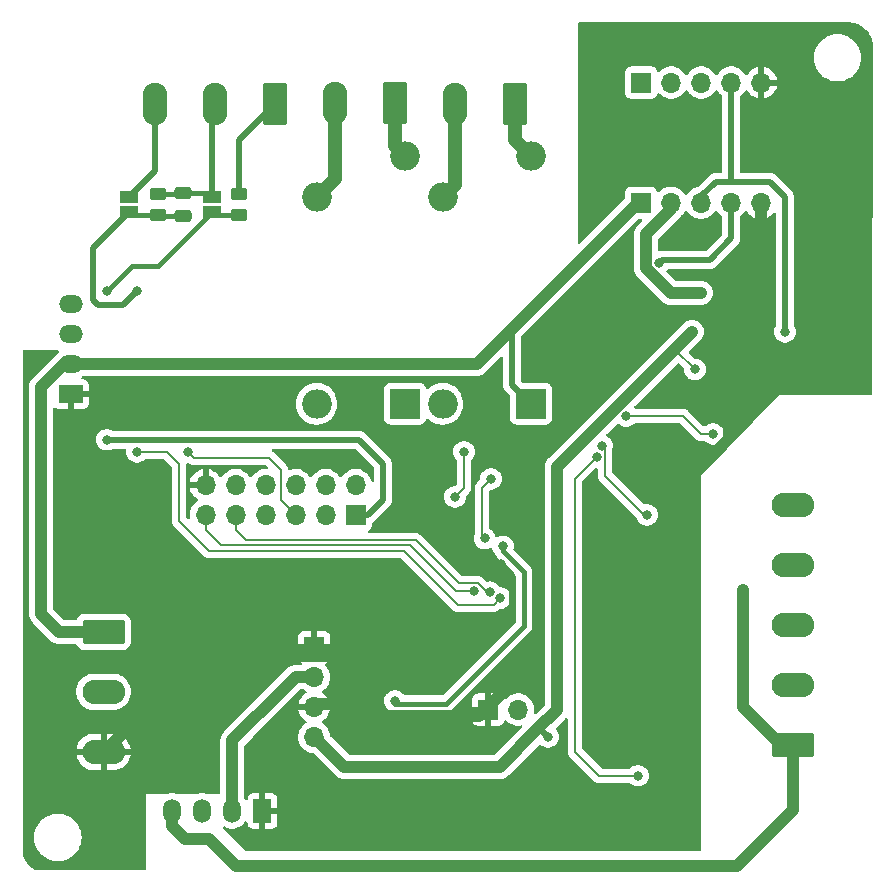
<source format=gbr>
%TF.GenerationSoftware,KiCad,Pcbnew,(6.99.0-3568-gdcfcfd5f29)*%
%TF.CreationDate,2022-10-11T21:14:32+03:00*%
%TF.ProjectId,welder ac diy mainboard,77656c64-6572-4206-9163-20646979206d,rev?*%
%TF.SameCoordinates,Original*%
%TF.FileFunction,Copper,L2,Bot*%
%TF.FilePolarity,Positive*%
%FSLAX46Y46*%
G04 Gerber Fmt 4.6, Leading zero omitted, Abs format (unit mm)*
G04 Created by KiCad (PCBNEW (6.99.0-3568-gdcfcfd5f29)) date 2022-10-11 21:14:32*
%MOMM*%
%LPD*%
G01*
G04 APERTURE LIST*
G04 Aperture macros list*
%AMRoundRect*
0 Rectangle with rounded corners*
0 $1 Rounding radius*
0 $2 $3 $4 $5 $6 $7 $8 $9 X,Y pos of 4 corners*
0 Add a 4 corners polygon primitive as box body*
4,1,4,$2,$3,$4,$5,$6,$7,$8,$9,$2,$3,0*
0 Add four circle primitives for the rounded corners*
1,1,$1+$1,$2,$3*
1,1,$1+$1,$4,$5*
1,1,$1+$1,$6,$7*
1,1,$1+$1,$8,$9*
0 Add four rect primitives between the rounded corners*
20,1,$1+$1,$2,$3,$4,$5,0*
20,1,$1+$1,$4,$5,$6,$7,0*
20,1,$1+$1,$6,$7,$8,$9,0*
20,1,$1+$1,$8,$9,$2,$3,0*%
G04 Aperture macros list end*
%TA.AperFunction,SMDPad,CuDef*%
%ADD10RoundRect,0.250000X0.450000X-0.262500X0.450000X0.262500X-0.450000X0.262500X-0.450000X-0.262500X0*%
%TD*%
%TA.AperFunction,SMDPad,CuDef*%
%ADD11R,1.500000X1.000000*%
%TD*%
%TA.AperFunction,SMDPad,CuDef*%
%ADD12RoundRect,0.250000X0.475000X-0.250000X0.475000X0.250000X-0.475000X0.250000X-0.475000X-0.250000X0*%
%TD*%
%TA.AperFunction,ComponentPad*%
%ADD13R,2.500000X2.500000*%
%TD*%
%TA.AperFunction,ComponentPad*%
%ADD14O,2.500000X2.500000*%
%TD*%
%TA.AperFunction,ComponentPad*%
%ADD15RoundRect,0.249999X-1.550001X0.790001X-1.550001X-0.790001X1.550001X-0.790001X1.550001X0.790001X0*%
%TD*%
%TA.AperFunction,ComponentPad*%
%ADD16O,3.600000X2.080000*%
%TD*%
%TA.AperFunction,ComponentPad*%
%ADD17R,1.500000X2.000000*%
%TD*%
%TA.AperFunction,ComponentPad*%
%ADD18O,1.500000X2.000000*%
%TD*%
%TA.AperFunction,ComponentPad*%
%ADD19R,2.000000X1.500000*%
%TD*%
%TA.AperFunction,ComponentPad*%
%ADD20O,2.000000X1.500000*%
%TD*%
%TA.AperFunction,ComponentPad*%
%ADD21O,1.700000X1.700000*%
%TD*%
%TA.AperFunction,ComponentPad*%
%ADD22R,1.700000X1.700000*%
%TD*%
%TA.AperFunction,ComponentPad*%
%ADD23RoundRect,0.249999X0.790001X1.550001X-0.790001X1.550001X-0.790001X-1.550001X0.790001X-1.550001X0*%
%TD*%
%TA.AperFunction,ComponentPad*%
%ADD24O,2.080000X3.600000*%
%TD*%
%TA.AperFunction,ComponentPad*%
%ADD25RoundRect,0.249999X1.550001X-0.790001X1.550001X0.790001X-1.550001X0.790001X-1.550001X-0.790001X0*%
%TD*%
%TA.AperFunction,ViaPad*%
%ADD26C,0.800000*%
%TD*%
%TA.AperFunction,Conductor*%
%ADD27C,0.200000*%
%TD*%
%TA.AperFunction,Conductor*%
%ADD28C,0.400000*%
%TD*%
%TA.AperFunction,Conductor*%
%ADD29C,0.500000*%
%TD*%
%TA.AperFunction,Conductor*%
%ADD30C,1.000000*%
%TD*%
%TA.AperFunction,Conductor*%
%ADD31C,1.200000*%
%TD*%
G04 APERTURE END LIST*
D10*
%TO.P,R32,1*%
%TO.N,Net-(D7-K)*%
X61468000Y-66317500D03*
%TO.P,R32,2*%
%TO.N,Net-(J6-Pin_2)*%
X61468000Y-64492500D03*
%TD*%
%TO.P,R31,1*%
%TO.N,Net-(U4-~{CS})*%
X68326000Y-66317500D03*
%TO.P,R31,2*%
%TO.N,Net-(J6-Pin_1)*%
X68326000Y-64492500D03*
%TD*%
D11*
%TO.P,JP4,1,A*%
%TO.N,Net-(D7-K)*%
X59054999Y-66054999D03*
%TO.P,JP4,2,B*%
%TO.N,Net-(J6-Pin_3)*%
X59054999Y-64754999D03*
%TD*%
%TO.P,JP3,1,A*%
%TO.N,Net-(U4-~{CS})*%
X66039999Y-66054999D03*
%TO.P,JP3,2,B*%
%TO.N,Net-(J6-Pin_2)*%
X66039999Y-64754999D03*
%TD*%
D12*
%TO.P,C10,1*%
%TO.N,Net-(D7-K)*%
X63627000Y-66355000D03*
%TO.P,C10,2*%
%TO.N,Net-(J6-Pin_2)*%
X63627000Y-64455000D03*
%TD*%
D13*
%TO.P,K1,1*%
%TO.N,+15V*%
X93065499Y-82289499D03*
D14*
%TO.P,K1,3*%
%TO.N,Net-(J4-Pin_1)*%
X93065499Y-61289499D03*
%TO.P,K1,5*%
%TO.N,Net-(J4-Pin_2)*%
X85565499Y-64789499D03*
%TO.P,K1,6*%
%TO.N,Net-(U2-O6)*%
X85565499Y-82289499D03*
%TD*%
D15*
%TO.P,J7,1,Pin_1*%
%TO.N,+15V*%
X56863500Y-101600000D03*
D16*
%TO.P,J7,2,Pin_2*%
%TO.N,+5V*%
X56863499Y-106679999D03*
%TO.P,J7,3,Pin_3*%
%TO.N,GND*%
X56863499Y-111759999D03*
%TD*%
D17*
%TO.P,U9,1,-VIN*%
%TO.N,GND*%
X70310499Y-116750499D03*
D18*
%TO.P,U9,2,+VIN*%
%TO.N,+15V*%
X67770499Y-116750499D03*
%TO.P,U9,3,-VOUT*%
%TO.N,/PED_GND*%
X65230499Y-116750499D03*
%TO.P,U9,4,+VOUT*%
%TO.N,/PED_VCC*%
X62690499Y-116750499D03*
%TD*%
D19*
%TO.P,U3,1,-VIN*%
%TO.N,GND*%
X54101999Y-81486499D03*
D20*
%TO.P,U3,2,+VIN*%
%TO.N,+15V*%
X54101999Y-78946499D03*
%TO.P,U3,3,-VOUT*%
%TO.N,Net-(D7-K)*%
X54101999Y-76406499D03*
%TO.P,U3,4,+VOUT*%
%TO.N,Net-(U3-+VOUT)*%
X54101999Y-73866499D03*
%TD*%
D21*
%TO.P,J3,12,Pin_12*%
%TO.N,GND*%
X65506999Y-89173999D03*
%TO.P,J3,11,Pin_11*%
%TO.N,/LCD_SCL*%
X65506999Y-91713999D03*
%TO.P,J3,10,Pin_10*%
%TO.N,/SPI_MOSI*%
X68046999Y-89173999D03*
%TO.P,J3,9,Pin_9*%
%TO.N,/LCD_SDA*%
X68046999Y-91713999D03*
%TO.P,J3,8,Pin_8*%
%TO.N,/KB0*%
X70586999Y-89173999D03*
%TO.P,J3,7,Pin_7*%
%TO.N,/SPI_MISO*%
X70586999Y-91713999D03*
%TO.P,J3,6,Pin_6*%
%TO.N,/KB1*%
X73126999Y-89173999D03*
%TO.P,J3,5,Pin_5*%
%TO.N,/SPI_SCK*%
X73126999Y-91713999D03*
%TO.P,J3,4,Pin_4*%
%TO.N,/T_CS*%
X75666999Y-89173999D03*
%TO.P,J3,3,Pin_3*%
%TO.N,/LCD_CS*%
X75666999Y-91713999D03*
%TO.P,J3,2,Pin_2*%
%TO.N,/LCD_RST*%
X78206999Y-89173999D03*
D22*
%TO.P,J3,1,Pin_1*%
%TO.N,+5V*%
X78206999Y-91713999D03*
%TD*%
D23*
%TO.P,J4,1,Pin_1*%
%TO.N,Net-(J4-Pin_1)*%
X91694000Y-56896000D03*
D24*
%TO.P,J4,2,Pin_2*%
%TO.N,Net-(J4-Pin_2)*%
X86613999Y-56895999D03*
%TD*%
D23*
%TO.P,J5,1,Pin_1*%
%TO.N,Net-(J5-Pin_1)*%
X81534000Y-56863500D03*
D24*
%TO.P,J5,2,Pin_2*%
%TO.N,Net-(J5-Pin_2)*%
X76453999Y-56863499D03*
%TD*%
D22*
%TO.P,J9,1,Pin_1*%
%TO.N,GND*%
X89427999Y-108178999D03*
D21*
%TO.P,J9,2,Pin_2*%
%TO.N,Net-(J9-Pin_2)*%
X91967999Y-108178999D03*
%TD*%
D22*
%TO.P,J8,1,Pin_1*%
%TO.N,GND*%
X74700999Y-102879999D03*
D21*
%TO.P,J8,2,Pin_2*%
%TO.N,+15V*%
X74700999Y-105419999D03*
%TO.P,J8,3,Pin_3*%
%TO.N,GND*%
X74700999Y-107959999D03*
%TO.P,J8,4,Pin_4*%
%TO.N,+5V*%
X74700999Y-110499999D03*
%TD*%
D22*
%TO.P,J2,1,Pin_1*%
%TO.N,+15V*%
X102391999Y-55092999D03*
D21*
%TO.P,J2,2,Pin_2*%
%TO.N,+5V*%
X104931999Y-55092999D03*
%TO.P,J2,3,Pin_3*%
%TO.N,/CLK2*%
X107471999Y-55092999D03*
%TO.P,J2,4,Pin_4*%
%TO.N,/EN2*%
X110011999Y-55092999D03*
%TO.P,J2,5,Pin_5*%
%TO.N,GND*%
X112551999Y-55092999D03*
%TD*%
D22*
%TO.P,J1,1,Pin_1*%
%TO.N,+15V*%
X102361999Y-65277999D03*
D21*
%TO.P,J1,2,Pin_2*%
%TO.N,+5V*%
X104901999Y-65277999D03*
%TO.P,J1,3,Pin_3*%
%TO.N,/EN2*%
X107441999Y-65277999D03*
%TO.P,J1,4,Pin_4*%
%TO.N,/CLK2*%
X109981999Y-65277999D03*
%TO.P,J1,5,Pin_5*%
%TO.N,GND*%
X112521999Y-65277999D03*
%TD*%
D25*
%TO.P,J10,1,Pin_1*%
%TO.N,/PED_VCC*%
X115222500Y-111160000D03*
D16*
%TO.P,J10,2,Pin_2*%
%TO.N,/PED_TX*%
X115222499Y-106079999D03*
%TO.P,J10,3,Pin_3*%
%TO.N,/PED_RX*%
X115222499Y-100999999D03*
%TO.P,J10,4,Pin_4*%
%TO.N,/TRIG_EX*%
X115222499Y-95919999D03*
%TO.P,J10,5,Pin_5*%
%TO.N,/PED_GND*%
X115222499Y-90839999D03*
%TD*%
D23*
%TO.P,J6,1,Pin_1*%
%TO.N,Net-(J6-Pin_1)*%
X71374000Y-56896000D03*
D24*
%TO.P,J6,2,Pin_2*%
%TO.N,Net-(J6-Pin_2)*%
X66293999Y-56895999D03*
%TO.P,J6,3,Pin_3*%
%TO.N,Net-(J6-Pin_3)*%
X61213999Y-56895999D03*
%TD*%
D13*
%TO.P,K2,1*%
%TO.N,+15V*%
X82397499Y-82289499D03*
D14*
%TO.P,K2,3*%
%TO.N,Net-(J5-Pin_1)*%
X82397499Y-61289499D03*
%TO.P,K2,5*%
%TO.N,Net-(J5-Pin_2)*%
X74897499Y-64789499D03*
%TO.P,K2,6*%
%TO.N,Net-(U2-O7)*%
X74897499Y-82289499D03*
%TD*%
D26*
%TO.N,Net-(D7-K)*%
X59690000Y-72771000D03*
%TO.N,Net-(U4-~{CS})*%
X57150000Y-72771000D03*
%TO.N,GND*%
X104140000Y-76708000D03*
%TO.N,+5V*%
X106934000Y-79375000D03*
X94488000Y-110490000D03*
X106680000Y-76200000D03*
X57145000Y-85339000D03*
X107442000Y-72898000D03*
%TO.N,GND*%
X87757000Y-93345000D03*
X61722000Y-88900000D03*
X79756000Y-109982000D03*
X106172000Y-91694000D03*
X70104000Y-97028000D03*
X62230000Y-98806000D03*
X86995000Y-96139000D03*
X58420000Y-117602000D03*
X59436000Y-89662000D03*
X101092000Y-93218000D03*
X85598000Y-103632000D03*
X105410000Y-74676000D03*
X90932000Y-85598000D03*
X83820000Y-91186000D03*
X90551000Y-95885000D03*
X51054000Y-78994000D03*
X66294000Y-102362000D03*
X55118000Y-89916000D03*
X102870000Y-89154000D03*
X101854000Y-101854000D03*
X94234000Y-79502000D03*
X81534000Y-85344000D03*
X108458000Y-82296000D03*
X89230878Y-96570122D03*
%TO.N,+15V*%
X91440000Y-75946000D03*
%TO.N,Net-(U1-VDD)*%
X86614000Y-90170000D03*
X81534000Y-107442000D03*
X90678000Y-94361000D03*
X87376000Y-86360000D03*
%TO.N,/EN2*%
X114554000Y-76200000D03*
%TO.N,/CLK2*%
X103886000Y-70358000D03*
%TO.N,/LCD_SCL*%
X88265000Y-98171000D03*
%TO.N,/LCD_SDA*%
X89594211Y-98235930D03*
%TO.N,/SPI_SCK*%
X64008000Y-86360000D03*
%TO.N,/POT_CS*%
X90455641Y-98742826D03*
X59690000Y-86360000D03*
%TO.N,Net-(JP2-B)*%
X89662000Y-88646000D03*
X89133213Y-93694647D03*
%TO.N,/PED_VCC*%
X110998000Y-98044000D03*
X110998000Y-106172000D03*
%TO.N,/TR0*%
X108458000Y-84836000D03*
X101107464Y-83327464D03*
%TO.N,/PED_RX_*%
X102870000Y-91694000D03*
X99060000Y-85852000D03*
%TO.N,/PED_TX_*%
X98614500Y-86784500D03*
X102113000Y-113787000D03*
%TD*%
D27*
%TO.N,GND*%
X89154000Y-96139000D02*
X86995000Y-96139000D01*
X89230878Y-96215878D02*
X89154000Y-96139000D01*
X89230878Y-96570122D02*
X89230878Y-96215878D01*
%TO.N,/POT_CS*%
X62230000Y-86360000D02*
X59690000Y-86360000D01*
X65786000Y-94742000D02*
X63246000Y-92202000D01*
X82296000Y-94742000D02*
X65786000Y-94742000D01*
X63246000Y-92202000D02*
X63246000Y-87376000D01*
X89884467Y-99314000D02*
X86868000Y-99314000D01*
X90455641Y-98742826D02*
X89884467Y-99314000D01*
X63246000Y-87376000D02*
X62230000Y-86360000D01*
X86868000Y-99314000D02*
X82296000Y-94742000D01*
%TO.N,GND*%
X86995000Y-96139000D02*
X87757000Y-96139000D01*
X87757000Y-96139000D02*
X87757000Y-93345000D01*
X90297000Y-96139000D02*
X90551000Y-95885000D01*
X86995000Y-96139000D02*
X90297000Y-96139000D01*
%TO.N,/LCD_SDA*%
X68047000Y-92939000D02*
X68047000Y-91714000D01*
X83293000Y-93834000D02*
X68942000Y-93834000D01*
X86930000Y-97471000D02*
X83293000Y-93834000D01*
X89319880Y-98235930D02*
X88554950Y-97471000D01*
X88554950Y-97471000D02*
X86930000Y-97471000D01*
X68942000Y-93834000D02*
X68047000Y-92939000D01*
X89594211Y-98235930D02*
X89319880Y-98235930D01*
%TO.N,/LCD_SCL*%
X65507000Y-92939000D02*
X65507000Y-91714000D01*
X82804000Y-94234000D02*
X66802000Y-94234000D01*
X66802000Y-94234000D02*
X65507000Y-92939000D01*
X86741000Y-98171000D02*
X82804000Y-94234000D01*
X88265000Y-98171000D02*
X86741000Y-98171000D01*
%TO.N,Net-(JP2-B)*%
X88907209Y-89400791D02*
X89662000Y-88646000D01*
X88907209Y-93468643D02*
X88907209Y-89400791D01*
X89133213Y-93694647D02*
X88907209Y-93468643D01*
D28*
%TO.N,Net-(U1-VDD)*%
X81534000Y-107696000D02*
X81534000Y-107442000D01*
X85852000Y-107696000D02*
X81534000Y-107696000D01*
X92456000Y-96520000D02*
X92456000Y-101092000D01*
X90678000Y-94742000D02*
X92456000Y-96520000D01*
X92456000Y-101092000D02*
X85852000Y-107696000D01*
X90678000Y-94361000D02*
X90678000Y-94742000D01*
D29*
%TO.N,GND*%
X87884000Y-103632000D02*
X85598000Y-103632000D01*
X90551000Y-95885000D02*
X91440000Y-96774000D01*
X91440000Y-96774000D02*
X91440000Y-100076000D01*
X91440000Y-100076000D02*
X87884000Y-103632000D01*
D27*
X88207209Y-88322791D02*
X90932000Y-85598000D01*
X87757000Y-93345000D02*
X88207209Y-92894791D01*
X88207209Y-92894791D02*
X88207209Y-88322791D01*
D29*
%TO.N,Net-(D7-K)*%
X56007000Y-73533000D02*
X56007000Y-69103000D01*
X58547000Y-73914000D02*
X56388000Y-73914000D01*
X59690000Y-72771000D02*
X58547000Y-73914000D01*
X56007000Y-69103000D02*
X59055000Y-66055000D01*
X56388000Y-73914000D02*
X56007000Y-73533000D01*
D28*
%TO.N,Net-(U4-~{CS})*%
X59309000Y-70612000D02*
X57150000Y-72771000D01*
X61483000Y-70612000D02*
X59309000Y-70612000D01*
X66040000Y-66055000D02*
X61483000Y-70612000D01*
X66302500Y-66317500D02*
X66040000Y-66055000D01*
X68326000Y-66317500D02*
X66302500Y-66317500D01*
D29*
%TO.N,Net-(J6-Pin_1)*%
X68326000Y-59944000D02*
X68326000Y-64492500D01*
X71374000Y-56896000D02*
X68326000Y-59944000D01*
D28*
%TO.N,Net-(D7-K)*%
X59317500Y-66317500D02*
X59055000Y-66055000D01*
X61468000Y-66317500D02*
X59317500Y-66317500D01*
X61505500Y-66355000D02*
X61468000Y-66317500D01*
X63627000Y-66355000D02*
X61505500Y-66355000D01*
%TO.N,Net-(J6-Pin_2)*%
X63589500Y-64492500D02*
X63627000Y-64455000D01*
X61468000Y-64492500D02*
X63589500Y-64492500D01*
X65740000Y-64455000D02*
X66040000Y-64755000D01*
X63627000Y-64455000D02*
X65740000Y-64455000D01*
D29*
%TO.N,Net-(J6-Pin_3)*%
X61214000Y-62596000D02*
X59055000Y-64755000D01*
X61214000Y-56896000D02*
X61214000Y-62596000D01*
%TO.N,Net-(J6-Pin_2)*%
X66040000Y-57150000D02*
X66040000Y-64755000D01*
X66294000Y-56896000D02*
X66040000Y-57150000D01*
%TO.N,GND*%
X109601000Y-85217000D02*
X105664000Y-89154000D01*
X105664000Y-89154000D02*
X102870000Y-89154000D01*
X109601000Y-83439000D02*
X109601000Y-85217000D01*
X108458000Y-82296000D02*
X109601000Y-83439000D01*
D27*
%TO.N,/TR0*%
X107447000Y-84841000D02*
X108448000Y-84841000D01*
X105918000Y-83312000D02*
X107447000Y-84841000D01*
X101122928Y-83312000D02*
X105918000Y-83312000D01*
X101107464Y-83327464D02*
X101122928Y-83312000D01*
D30*
%TO.N,GND*%
X93726000Y-86106000D02*
X99822000Y-80010000D01*
X93726000Y-103632000D02*
X93726000Y-86106000D01*
X66294000Y-102362000D02*
X66294000Y-98044000D01*
D27*
X103695500Y-76263500D02*
X103568500Y-76263500D01*
D30*
X103568500Y-76263500D02*
X105126000Y-74706000D01*
D27*
X104140000Y-76708000D02*
X103695500Y-76263500D01*
D30*
X99822000Y-80010000D02*
X103568500Y-76263500D01*
D27*
%TO.N,+5V*%
X106934000Y-79375000D02*
X105346500Y-77787500D01*
D30*
X105346500Y-77533500D02*
X95250000Y-87630000D01*
D27*
X105346500Y-77787500D02*
X105346500Y-77533500D01*
D30*
X106680000Y-76200000D02*
X105346500Y-77533500D01*
D29*
X80518000Y-90424000D02*
X80518000Y-87376000D01*
X78486000Y-85344000D02*
X57150000Y-85344000D01*
X94488000Y-110490000D02*
X93853000Y-109855000D01*
D30*
X95250000Y-108204000D02*
X93599000Y-109855000D01*
X95250000Y-87630000D02*
X95250000Y-108204000D01*
X77231000Y-113030000D02*
X74701000Y-110500000D01*
X104870365Y-72898000D02*
X102786000Y-70813635D01*
D29*
X57150000Y-85344000D02*
X57145000Y-85339000D01*
D30*
X102786000Y-67959000D02*
X104932000Y-65813000D01*
X104932000Y-65813000D02*
X104932000Y-65253000D01*
X93599000Y-109855000D02*
X90424000Y-113030000D01*
D29*
X78207000Y-91714000D02*
X79228000Y-91714000D01*
D30*
X90424000Y-113030000D02*
X77231000Y-113030000D01*
D29*
X93853000Y-109855000D02*
X93599000Y-109855000D01*
X80518000Y-87376000D02*
X78486000Y-85344000D01*
D30*
X107442000Y-72898000D02*
X104870365Y-72898000D01*
X102786000Y-70813635D02*
X102786000Y-67959000D01*
D29*
X79228000Y-91714000D02*
X80518000Y-90424000D01*
D30*
%TO.N,GND*%
X66261500Y-102362000D02*
X56863500Y-111760000D01*
X80772000Y-108712000D02*
X88646000Y-108712000D01*
X105126000Y-74706000D02*
X112552000Y-74706000D01*
X79756000Y-103632000D02*
X67564000Y-103632000D01*
X74965000Y-107696000D02*
X74701000Y-107960000D01*
X88646000Y-108712000D02*
X93726000Y-103632000D01*
D29*
X112522000Y-74676000D02*
X112552000Y-74706000D01*
D30*
X99822000Y-80010000D02*
X99822000Y-80010000D01*
X66294000Y-102362000D02*
X66261500Y-102362000D01*
X99822000Y-80010000D02*
X99822000Y-80010000D01*
D29*
X108448000Y-74686000D02*
X108458000Y-74676000D01*
D30*
X85598000Y-103632000D02*
X79756000Y-103632000D01*
X79756000Y-107696000D02*
X80772000Y-108712000D01*
X79756000Y-107696000D02*
X79756000Y-103632000D01*
X61722000Y-93472000D02*
X61722000Y-88900000D01*
X112552000Y-74706000D02*
X112552000Y-65253000D01*
D29*
X105410000Y-74676000D02*
X108458000Y-74676000D01*
X108458000Y-74676000D02*
X112522000Y-74676000D01*
X108448000Y-82301000D02*
X108458000Y-82296000D01*
D30*
X79756000Y-107696000D02*
X74965000Y-107696000D01*
D29*
X108458000Y-82296000D02*
X108448000Y-74686000D01*
D30*
X67564000Y-103632000D02*
X66294000Y-102362000D01*
X66294000Y-98044000D02*
X61722000Y-93472000D01*
%TO.N,+15V*%
X102392000Y-65253000D02*
X102133000Y-65253000D01*
X51562000Y-80876500D02*
X51562000Y-100076000D01*
X88439500Y-78946500D02*
X91440000Y-75946000D01*
X73142000Y-105420000D02*
X74701000Y-105420000D01*
X54102000Y-78946500D02*
X88439500Y-78946500D01*
X72136000Y-106426000D02*
X73142000Y-105420000D01*
X67770500Y-110791500D02*
X72136000Y-106426000D01*
X51562000Y-100076000D02*
X53086000Y-101600000D01*
X67770500Y-116750500D02*
X67770500Y-110791500D01*
X53086000Y-101600000D02*
X56863500Y-101600000D01*
X102133000Y-65253000D02*
X91440000Y-75946000D01*
D29*
X91440000Y-80664000D02*
X93065500Y-82289500D01*
X91440000Y-75946000D02*
X91440000Y-80664000D01*
D30*
X53492000Y-78946500D02*
X51562000Y-80876500D01*
X54102000Y-78946500D02*
X53492000Y-78946500D01*
D27*
%TO.N,Net-(U1-VDD)*%
X87376000Y-86614000D02*
X87376000Y-86360000D01*
X86614000Y-90170000D02*
X87376000Y-89408000D01*
X87376000Y-89408000D02*
X87376000Y-86614000D01*
D29*
%TO.N,/EN2*%
X110012000Y-63470000D02*
X109982000Y-63500000D01*
X108712000Y-63500000D02*
X107472000Y-64740000D01*
X109982000Y-63500000D02*
X108712000Y-63500000D01*
X110012000Y-55093000D02*
X110012000Y-63470000D01*
X107472000Y-64740000D02*
X107472000Y-65253000D01*
X114554000Y-76200000D02*
X114554000Y-64770000D01*
X114554000Y-64770000D02*
X113284000Y-63500000D01*
X113284000Y-63500000D02*
X109982000Y-63500000D01*
%TO.N,/CLK2*%
X104140000Y-70104000D02*
X108204000Y-70104000D01*
X103886000Y-70358000D02*
X104140000Y-70104000D01*
X110012000Y-68296000D02*
X110012000Y-65253000D01*
X108204000Y-70104000D02*
X110012000Y-68296000D01*
D27*
%TO.N,/SPI_SCK*%
X64008000Y-86360000D02*
X64516000Y-86868000D01*
X71882000Y-90469000D02*
X73127000Y-91714000D01*
X71882000Y-87884000D02*
X71882000Y-90469000D01*
X70866000Y-86868000D02*
X71882000Y-87884000D01*
X64516000Y-86868000D02*
X70866000Y-86868000D01*
D31*
%TO.N,Net-(J4-Pin_1)*%
X91694000Y-59918000D02*
X93065500Y-61289500D01*
X91694000Y-56896000D02*
X91694000Y-59918000D01*
%TO.N,Net-(J4-Pin_2)*%
X86614000Y-63741000D02*
X85565500Y-64789500D01*
X86614000Y-56896000D02*
X86614000Y-63741000D01*
%TO.N,Net-(J5-Pin_1)*%
X81534000Y-56863500D02*
X81534000Y-60426000D01*
X81534000Y-60426000D02*
X82397500Y-61289500D01*
%TO.N,Net-(J5-Pin_2)*%
X76454000Y-56863500D02*
X76454000Y-63233000D01*
X76454000Y-63233000D02*
X74897500Y-64789500D01*
D30*
%TO.N,/PED_VCC*%
X110490000Y-121412000D02*
X68072000Y-121412000D01*
X63754000Y-119126000D02*
X62690500Y-118062500D01*
X115222500Y-111160000D02*
X114208000Y-111160000D01*
X110998000Y-107950000D02*
X110998000Y-106172000D01*
X115222500Y-111160000D02*
X115222500Y-116679500D01*
X114208000Y-111160000D02*
X110998000Y-107950000D01*
X68072000Y-121412000D02*
X65786000Y-119126000D01*
X110998000Y-106172000D02*
X110998000Y-98044000D01*
X65786000Y-119126000D02*
X63754000Y-119126000D01*
X115222500Y-116679500D02*
X110490000Y-121412000D01*
X62690500Y-118062500D02*
X62690500Y-116750500D01*
D27*
%TO.N,/PED_RX_*%
X99314000Y-86106000D02*
X99314000Y-88392000D01*
X99314000Y-88392000D02*
X102616000Y-91694000D01*
X102616000Y-91694000D02*
X102870000Y-91694000D01*
X99060000Y-85852000D02*
X99314000Y-86106000D01*
%TO.N,/PED_TX_*%
X102113000Y-113787000D02*
X102372000Y-113787000D01*
X96774000Y-88625000D02*
X96774000Y-111760000D01*
X98801000Y-113787000D02*
X102113000Y-113787000D01*
X96774000Y-111760000D02*
X98801000Y-113787000D01*
X98614500Y-86784500D02*
X96774000Y-88625000D01*
%TD*%
%TA.AperFunction,Conductor*%
%TO.N,GND*%
G36*
X120004119Y-50000770D02*
G01*
X120083242Y-50005956D01*
X120083977Y-50006006D01*
X120113401Y-50008111D01*
X120261445Y-50018699D01*
X120277038Y-50020799D01*
X120388302Y-50042931D01*
X120390503Y-50043389D01*
X120530117Y-50073760D01*
X120543836Y-50077568D01*
X120657624Y-50116194D01*
X120661155Y-50117451D01*
X120788711Y-50165027D01*
X120800406Y-50170077D01*
X120910600Y-50224418D01*
X120915235Y-50226825D01*
X121032407Y-50290805D01*
X121042017Y-50296624D01*
X121145223Y-50365584D01*
X121150730Y-50369481D01*
X121256648Y-50448771D01*
X121264216Y-50454907D01*
X121357935Y-50537096D01*
X121363953Y-50542733D01*
X121457267Y-50636047D01*
X121462904Y-50642065D01*
X121545093Y-50735784D01*
X121551229Y-50743352D01*
X121630519Y-50849270D01*
X121634416Y-50854777D01*
X121703376Y-50957983D01*
X121709195Y-50967593D01*
X121773175Y-51084765D01*
X121775582Y-51089400D01*
X121829923Y-51199594D01*
X121834973Y-51211289D01*
X121882549Y-51338845D01*
X121883806Y-51342376D01*
X121922432Y-51456164D01*
X121926240Y-51469883D01*
X121956611Y-51609497D01*
X121957069Y-51611698D01*
X121979201Y-51722962D01*
X121981301Y-51738555D01*
X121993994Y-51916024D01*
X121994046Y-51916791D01*
X121994238Y-51919727D01*
X121994507Y-51928266D01*
X121920316Y-81408317D01*
X121900142Y-81476387D01*
X121846370Y-81522745D01*
X121794316Y-81534000D01*
X114046000Y-81534000D01*
X107442000Y-88392000D01*
X107442000Y-120016000D01*
X107421998Y-120084121D01*
X107368342Y-120130614D01*
X107316000Y-120142000D01*
X68886190Y-120142000D01*
X68818069Y-120121998D01*
X68797095Y-120105095D01*
X66972742Y-118280742D01*
X66938716Y-118218430D01*
X66943781Y-118147615D01*
X66986328Y-118090779D01*
X67052848Y-118065968D01*
X67122222Y-118081059D01*
X67131248Y-118086490D01*
X67171726Y-118113209D01*
X67380030Y-118202243D01*
X67600885Y-118252651D01*
X67827191Y-118262815D01*
X68051675Y-118232406D01*
X68267121Y-118162403D01*
X68466606Y-118055056D01*
X68471022Y-118051534D01*
X68471027Y-118051531D01*
X68639297Y-117917340D01*
X68639299Y-117917338D01*
X68643718Y-117913814D01*
X68684638Y-117866978D01*
X68789035Y-117747485D01*
X68792763Y-117743218D01*
X68818336Y-117700416D01*
X68870445Y-117652198D01*
X68940352Y-117639806D01*
X69005861Y-117667176D01*
X69046173Y-117725617D01*
X69052500Y-117765042D01*
X69052500Y-117795723D01*
X69052860Y-117802438D01*
X69058162Y-117851757D01*
X69061759Y-117866978D01*
X69106905Y-117988020D01*
X69115454Y-118003676D01*
X69192198Y-118106193D01*
X69204807Y-118118802D01*
X69307324Y-118195546D01*
X69322980Y-118204095D01*
X69444022Y-118249241D01*
X69459243Y-118252838D01*
X69508562Y-118258140D01*
X69515277Y-118258500D01*
X70038385Y-118258500D01*
X70053624Y-118254025D01*
X70054829Y-118252635D01*
X70056500Y-118244952D01*
X70056500Y-118240385D01*
X70564500Y-118240385D01*
X70568975Y-118255624D01*
X70570365Y-118256829D01*
X70578048Y-118258500D01*
X71105723Y-118258500D01*
X71112438Y-118258140D01*
X71161757Y-118252838D01*
X71176978Y-118249241D01*
X71298020Y-118204095D01*
X71313676Y-118195546D01*
X71416193Y-118118802D01*
X71428802Y-118106193D01*
X71505546Y-118003676D01*
X71514095Y-117988020D01*
X71559241Y-117866978D01*
X71562838Y-117851757D01*
X71568140Y-117802438D01*
X71568500Y-117795723D01*
X71568500Y-117022615D01*
X71564025Y-117007376D01*
X71562635Y-117006171D01*
X71554952Y-117004500D01*
X70582615Y-117004500D01*
X70567376Y-117008975D01*
X70566171Y-117010365D01*
X70564500Y-117018048D01*
X70564500Y-118240385D01*
X70056500Y-118240385D01*
X70056500Y-116478385D01*
X70564500Y-116478385D01*
X70568975Y-116493624D01*
X70570365Y-116494829D01*
X70578048Y-116496500D01*
X71550385Y-116496500D01*
X71565624Y-116492025D01*
X71566829Y-116490635D01*
X71568500Y-116482952D01*
X71568500Y-115705277D01*
X71568140Y-115698562D01*
X71562838Y-115649243D01*
X71559241Y-115634022D01*
X71514095Y-115512980D01*
X71505546Y-115497324D01*
X71428802Y-115394807D01*
X71416193Y-115382198D01*
X71313676Y-115305454D01*
X71298020Y-115296905D01*
X71176978Y-115251759D01*
X71161757Y-115248162D01*
X71112438Y-115242860D01*
X71105723Y-115242500D01*
X70582615Y-115242500D01*
X70567376Y-115246975D01*
X70566171Y-115248365D01*
X70564500Y-115256048D01*
X70564500Y-116478385D01*
X70056500Y-116478385D01*
X70056500Y-115260615D01*
X70052025Y-115245376D01*
X70050635Y-115244171D01*
X70042952Y-115242500D01*
X69515277Y-115242500D01*
X69508562Y-115242860D01*
X69459243Y-115248162D01*
X69444022Y-115251759D01*
X69322980Y-115296905D01*
X69307324Y-115305454D01*
X69204807Y-115382198D01*
X69192198Y-115394807D01*
X69115454Y-115497324D01*
X69106905Y-115512980D01*
X69061759Y-115634022D01*
X69058162Y-115649243D01*
X69052860Y-115698562D01*
X69052500Y-115705277D01*
X69052500Y-115736145D01*
X69032498Y-115804266D01*
X68978842Y-115850759D01*
X68908568Y-115860863D01*
X68843988Y-115831369D01*
X68824564Y-115810206D01*
X68803064Y-115780614D01*
X68779206Y-115713747D01*
X68779000Y-115706553D01*
X68779000Y-111261424D01*
X68799002Y-111193303D01*
X68815905Y-111172329D01*
X69488234Y-110500000D01*
X73337844Y-110500000D01*
X73338274Y-110505189D01*
X73353432Y-110688111D01*
X73356436Y-110724368D01*
X73357717Y-110729426D01*
X73357717Y-110729427D01*
X73384424Y-110834888D01*
X73411704Y-110942616D01*
X73413800Y-110947394D01*
X73498523Y-111140544D01*
X73502140Y-111148791D01*
X73504990Y-111153153D01*
X73504992Y-111153157D01*
X73575727Y-111261424D01*
X73625278Y-111337268D01*
X73628803Y-111341097D01*
X73628806Y-111341101D01*
X73723963Y-111444467D01*
X73777760Y-111502906D01*
X73955424Y-111641189D01*
X74153426Y-111748342D01*
X74366365Y-111821444D01*
X74371499Y-111822301D01*
X74371504Y-111822302D01*
X74477398Y-111839972D01*
X74588431Y-111858500D01*
X74591423Y-111858500D01*
X74657053Y-111883825D01*
X74669507Y-111894741D01*
X76478462Y-113703696D01*
X76486766Y-113712857D01*
X76514432Y-113746568D01*
X76667996Y-113872595D01*
X76673454Y-113875512D01*
X76673455Y-113875513D01*
X76837734Y-113963322D01*
X76837738Y-113963324D01*
X76843196Y-113966241D01*
X76849116Y-113968037D01*
X76849119Y-113968038D01*
X77027377Y-114022112D01*
X77027381Y-114022113D01*
X77033299Y-114023908D01*
X77231000Y-114043380D01*
X77274384Y-114039107D01*
X77286734Y-114038500D01*
X90368263Y-114038500D01*
X90380612Y-114039107D01*
X90417836Y-114042773D01*
X90417837Y-114042773D01*
X90424000Y-114043380D01*
X90621701Y-114023909D01*
X90811804Y-113966241D01*
X90817259Y-113963325D01*
X90817262Y-113963324D01*
X90849953Y-113945850D01*
X90981545Y-113875513D01*
X90981546Y-113875512D01*
X90987004Y-113872595D01*
X91140568Y-113746568D01*
X91168234Y-113712857D01*
X91176538Y-113703696D01*
X93705664Y-111174570D01*
X93767976Y-111140544D01*
X93838791Y-111145609D01*
X93876259Y-111168324D01*
X93876747Y-111168866D01*
X93884598Y-111174570D01*
X94004142Y-111261424D01*
X94031248Y-111281118D01*
X94037276Y-111283802D01*
X94037278Y-111283803D01*
X94199681Y-111356109D01*
X94205712Y-111358794D01*
X94299112Y-111378647D01*
X94386056Y-111397128D01*
X94386061Y-111397128D01*
X94392513Y-111398500D01*
X94583487Y-111398500D01*
X94589939Y-111397128D01*
X94589944Y-111397128D01*
X94676888Y-111378647D01*
X94770288Y-111358794D01*
X94776319Y-111356109D01*
X94938722Y-111283803D01*
X94938724Y-111283802D01*
X94944752Y-111281118D01*
X94971859Y-111261424D01*
X95043691Y-111209234D01*
X95099253Y-111168866D01*
X95103675Y-111163955D01*
X95222621Y-111031852D01*
X95222622Y-111031851D01*
X95227040Y-111026944D01*
X95322527Y-110861556D01*
X95381542Y-110679928D01*
X95389947Y-110599964D01*
X95400814Y-110496565D01*
X95401504Y-110490000D01*
X95398759Y-110463884D01*
X95382232Y-110306635D01*
X95382232Y-110306633D01*
X95381542Y-110300072D01*
X95322527Y-110118444D01*
X95300165Y-110079711D01*
X95230341Y-109958774D01*
X95227040Y-109953056D01*
X95164973Y-109884123D01*
X95134256Y-109820116D01*
X95143021Y-109749663D01*
X95169515Y-109710719D01*
X95923696Y-108956538D01*
X95932856Y-108948235D01*
X95959565Y-108926315D01*
X96024912Y-108898560D01*
X96094891Y-108910541D01*
X96147283Y-108958453D01*
X96165500Y-109023713D01*
X96165500Y-111711864D01*
X96164422Y-111728307D01*
X96160250Y-111760000D01*
X96165500Y-111799880D01*
X96165500Y-111799885D01*
X96178609Y-111899457D01*
X96181162Y-111918851D01*
X96242476Y-112066876D01*
X96247503Y-112073427D01*
X96247504Y-112073429D01*
X96315520Y-112162069D01*
X96315526Y-112162075D01*
X96340013Y-112193987D01*
X96346568Y-112199017D01*
X96365379Y-112213452D01*
X96377770Y-112224319D01*
X98336685Y-114183234D01*
X98347552Y-114195625D01*
X98367013Y-114220987D01*
X98373563Y-114226013D01*
X98398921Y-114245471D01*
X98398937Y-114245485D01*
X98448305Y-114283366D01*
X98494124Y-114318524D01*
X98642149Y-114379838D01*
X98650336Y-114380916D01*
X98650337Y-114380916D01*
X98661542Y-114382391D01*
X98692738Y-114386498D01*
X98761115Y-114395500D01*
X98761118Y-114395500D01*
X98761126Y-114395501D01*
X98792811Y-114399672D01*
X98801000Y-114400750D01*
X98832693Y-114396578D01*
X98849136Y-114395500D01*
X101382290Y-114395500D01*
X101450411Y-114415502D01*
X101475926Y-114437189D01*
X101501747Y-114465866D01*
X101656248Y-114578118D01*
X101662276Y-114580802D01*
X101662278Y-114580803D01*
X101824681Y-114653109D01*
X101830712Y-114655794D01*
X101924112Y-114675647D01*
X102011056Y-114694128D01*
X102011061Y-114694128D01*
X102017513Y-114695500D01*
X102208487Y-114695500D01*
X102214939Y-114694128D01*
X102214944Y-114694128D01*
X102301888Y-114675647D01*
X102395288Y-114655794D01*
X102401319Y-114653109D01*
X102563722Y-114580803D01*
X102563724Y-114580802D01*
X102569752Y-114578118D01*
X102724253Y-114465866D01*
X102852040Y-114323944D01*
X102947527Y-114158556D01*
X103006542Y-113976928D01*
X103007477Y-113968038D01*
X103025814Y-113793565D01*
X103026504Y-113787000D01*
X103022667Y-113750490D01*
X103007232Y-113603635D01*
X103007232Y-113603633D01*
X103006542Y-113597072D01*
X102947527Y-113415444D01*
X102852040Y-113250056D01*
X102754382Y-113141595D01*
X102728675Y-113113045D01*
X102728674Y-113113044D01*
X102724253Y-113108134D01*
X102625157Y-113036136D01*
X102575094Y-112999763D01*
X102575093Y-112999762D01*
X102569752Y-112995882D01*
X102563724Y-112993198D01*
X102563722Y-112993197D01*
X102401319Y-112920891D01*
X102401318Y-112920891D01*
X102395288Y-112918206D01*
X102301888Y-112898353D01*
X102214944Y-112879872D01*
X102214939Y-112879872D01*
X102208487Y-112878500D01*
X102017513Y-112878500D01*
X102011061Y-112879872D01*
X102011056Y-112879872D01*
X101924112Y-112898353D01*
X101830712Y-112918206D01*
X101824682Y-112920891D01*
X101824681Y-112920891D01*
X101662278Y-112993197D01*
X101662276Y-112993198D01*
X101656248Y-112995882D01*
X101650907Y-112999762D01*
X101650906Y-112999763D01*
X101554831Y-113069566D01*
X101501747Y-113108134D01*
X101497334Y-113113036D01*
X101497332Y-113113037D01*
X101475926Y-113136811D01*
X101415480Y-113174050D01*
X101382290Y-113178500D01*
X99105239Y-113178500D01*
X99037118Y-113158498D01*
X99016144Y-113141595D01*
X97419405Y-111544856D01*
X97385379Y-111482544D01*
X97382500Y-111455761D01*
X97382500Y-88929239D01*
X97402502Y-88861118D01*
X97419405Y-88840144D01*
X98490405Y-87769144D01*
X98552717Y-87735118D01*
X98623532Y-87740183D01*
X98680368Y-87782730D01*
X98705179Y-87849250D01*
X98705500Y-87858239D01*
X98705500Y-88343864D01*
X98704422Y-88360307D01*
X98700250Y-88392000D01*
X98701328Y-88400189D01*
X98705500Y-88431880D01*
X98705500Y-88431885D01*
X98712212Y-88482868D01*
X98716934Y-88518732D01*
X98721162Y-88550851D01*
X98782476Y-88698876D01*
X98787503Y-88705427D01*
X98787504Y-88705429D01*
X98855520Y-88794069D01*
X98855526Y-88794075D01*
X98880013Y-88825987D01*
X98886568Y-88831017D01*
X98905379Y-88845452D01*
X98917770Y-88856319D01*
X101970026Y-91908575D01*
X102000764Y-91958733D01*
X102035473Y-92065556D01*
X102038776Y-92071278D01*
X102038777Y-92071279D01*
X102044947Y-92081965D01*
X102130960Y-92230944D01*
X102135378Y-92235851D01*
X102135379Y-92235852D01*
X102197829Y-92305210D01*
X102258747Y-92372866D01*
X102317231Y-92415357D01*
X102389433Y-92467815D01*
X102413248Y-92485118D01*
X102419276Y-92487802D01*
X102419278Y-92487803D01*
X102552022Y-92546904D01*
X102587712Y-92562794D01*
X102681113Y-92582647D01*
X102768056Y-92601128D01*
X102768061Y-92601128D01*
X102774513Y-92602500D01*
X102965487Y-92602500D01*
X102971939Y-92601128D01*
X102971944Y-92601128D01*
X103058887Y-92582647D01*
X103152288Y-92562794D01*
X103187978Y-92546904D01*
X103320722Y-92487803D01*
X103320724Y-92487802D01*
X103326752Y-92485118D01*
X103350568Y-92467815D01*
X103422769Y-92415357D01*
X103481253Y-92372866D01*
X103542171Y-92305210D01*
X103604621Y-92235852D01*
X103604622Y-92235851D01*
X103609040Y-92230944D01*
X103695053Y-92081965D01*
X103701223Y-92071279D01*
X103701224Y-92071278D01*
X103704527Y-92065556D01*
X103763542Y-91883928D01*
X103783504Y-91694000D01*
X103763542Y-91504072D01*
X103704527Y-91322444D01*
X103609040Y-91157056D01*
X103492170Y-91027258D01*
X103485675Y-91020045D01*
X103485674Y-91020044D01*
X103481253Y-91015134D01*
X103379394Y-90941129D01*
X103332094Y-90906763D01*
X103332093Y-90906762D01*
X103326752Y-90902882D01*
X103320724Y-90900198D01*
X103320722Y-90900197D01*
X103158319Y-90827891D01*
X103158318Y-90827891D01*
X103152288Y-90825206D01*
X103058888Y-90805353D01*
X102971944Y-90786872D01*
X102971939Y-90786872D01*
X102965487Y-90785500D01*
X102774513Y-90785500D01*
X102671159Y-90807469D01*
X102600369Y-90802068D01*
X102555867Y-90773318D01*
X99959405Y-88176856D01*
X99925379Y-88114544D01*
X99922500Y-88087761D01*
X99922500Y-86157421D01*
X99928667Y-86118485D01*
X99951502Y-86048206D01*
X99953542Y-86041928D01*
X99973504Y-85852000D01*
X99969946Y-85818148D01*
X99954232Y-85668635D01*
X99954232Y-85668633D01*
X99953542Y-85662072D01*
X99894527Y-85480444D01*
X99876662Y-85449500D01*
X99802341Y-85320774D01*
X99799040Y-85315056D01*
X99671253Y-85173134D01*
X99516752Y-85060882D01*
X99510727Y-85058200D01*
X99510721Y-85058196D01*
X99496445Y-85051841D01*
X99442348Y-85005862D01*
X99421697Y-84937936D01*
X99441048Y-84869627D01*
X99458596Y-84847638D01*
X100309314Y-83996920D01*
X100371626Y-83962894D01*
X100442441Y-83967959D01*
X100486221Y-83997739D01*
X100486884Y-83997003D01*
X100491792Y-84001423D01*
X100496211Y-84006330D01*
X100501553Y-84010211D01*
X100501555Y-84010213D01*
X100645370Y-84114701D01*
X100650712Y-84118582D01*
X100656740Y-84121266D01*
X100656742Y-84121267D01*
X100779316Y-84175840D01*
X100825176Y-84196258D01*
X100918576Y-84216111D01*
X101005520Y-84234592D01*
X101005525Y-84234592D01*
X101011977Y-84235964D01*
X101202951Y-84235964D01*
X101209403Y-84234592D01*
X101209408Y-84234592D01*
X101296352Y-84216111D01*
X101389752Y-84196258D01*
X101435612Y-84175840D01*
X101558186Y-84121267D01*
X101558188Y-84121266D01*
X101564216Y-84118582D01*
X101718717Y-84006330D01*
X101726453Y-83997739D01*
X101758462Y-83962189D01*
X101818908Y-83924950D01*
X101852098Y-83920500D01*
X105613761Y-83920500D01*
X105681882Y-83940502D01*
X105702856Y-83957405D01*
X106982685Y-85237234D01*
X106993552Y-85249625D01*
X107013013Y-85274987D01*
X107019563Y-85280013D01*
X107044921Y-85299471D01*
X107044937Y-85299485D01*
X107072682Y-85320774D01*
X107140124Y-85372524D01*
X107288149Y-85433838D01*
X107447000Y-85454751D01*
X107478699Y-85450578D01*
X107495144Y-85449500D01*
X107731792Y-85449500D01*
X107799913Y-85469502D01*
X107825428Y-85491189D01*
X107846747Y-85514866D01*
X108001248Y-85627118D01*
X108007276Y-85629802D01*
X108007278Y-85629803D01*
X108169681Y-85702109D01*
X108175712Y-85704794D01*
X108269113Y-85724647D01*
X108356056Y-85743128D01*
X108356061Y-85743128D01*
X108362513Y-85744500D01*
X108553487Y-85744500D01*
X108559939Y-85743128D01*
X108559944Y-85743128D01*
X108646887Y-85724647D01*
X108740288Y-85704794D01*
X108746319Y-85702109D01*
X108908722Y-85629803D01*
X108908724Y-85629802D01*
X108914752Y-85627118D01*
X109069253Y-85514866D01*
X109123381Y-85454751D01*
X109192621Y-85377852D01*
X109192622Y-85377851D01*
X109197040Y-85372944D01*
X109292527Y-85207556D01*
X109351542Y-85025928D01*
X109371504Y-84836000D01*
X109365003Y-84774143D01*
X109352232Y-84652635D01*
X109352232Y-84652633D01*
X109351542Y-84646072D01*
X109292527Y-84464444D01*
X109197040Y-84299056D01*
X109138997Y-84234592D01*
X109073675Y-84162045D01*
X109073674Y-84162044D01*
X109069253Y-84157134D01*
X108914752Y-84044882D01*
X108908724Y-84042198D01*
X108908722Y-84042197D01*
X108746319Y-83969891D01*
X108746318Y-83969891D01*
X108740288Y-83967206D01*
X108646888Y-83947353D01*
X108559944Y-83928872D01*
X108559939Y-83928872D01*
X108553487Y-83927500D01*
X108362513Y-83927500D01*
X108356061Y-83928872D01*
X108356056Y-83928872D01*
X108269112Y-83947353D01*
X108175712Y-83967206D01*
X108169682Y-83969891D01*
X108169681Y-83969891D01*
X108007278Y-84042197D01*
X108007276Y-84042198D01*
X108001248Y-84044882D01*
X107846747Y-84157134D01*
X107842334Y-84162036D01*
X107842332Y-84162037D01*
X107829904Y-84175840D01*
X107769458Y-84213079D01*
X107698474Y-84211727D01*
X107647173Y-84180624D01*
X106382315Y-82915766D01*
X106371448Y-82903375D01*
X106357013Y-82884563D01*
X106351987Y-82878013D01*
X106320075Y-82853526D01*
X106320072Y-82853523D01*
X106224876Y-82780476D01*
X106076851Y-82719162D01*
X106068664Y-82718084D01*
X106068663Y-82718084D01*
X106057458Y-82716609D01*
X106026262Y-82712502D01*
X105957885Y-82703500D01*
X105957882Y-82703500D01*
X105957874Y-82703499D01*
X105926189Y-82699328D01*
X105918000Y-82698250D01*
X105886307Y-82702422D01*
X105869864Y-82703500D01*
X101906924Y-82703500D01*
X101838803Y-82683498D01*
X101792310Y-82629842D01*
X101782206Y-82559568D01*
X101811700Y-82494988D01*
X101817829Y-82488405D01*
X103594405Y-80711830D01*
X105413248Y-78892987D01*
X105475560Y-78858961D01*
X105546376Y-78864026D01*
X105591438Y-78892987D01*
X105984281Y-79285830D01*
X106018307Y-79348142D01*
X106020841Y-79371716D01*
X106020496Y-79375000D01*
X106040458Y-79564928D01*
X106099473Y-79746556D01*
X106194960Y-79911944D01*
X106199378Y-79916851D01*
X106199379Y-79916852D01*
X106233728Y-79955000D01*
X106322747Y-80053866D01*
X106365005Y-80084568D01*
X106468734Y-80159932D01*
X106477248Y-80166118D01*
X106483276Y-80168802D01*
X106483278Y-80168803D01*
X106630078Y-80234162D01*
X106651712Y-80243794D01*
X106745113Y-80263647D01*
X106832056Y-80282128D01*
X106832061Y-80282128D01*
X106838513Y-80283500D01*
X107029487Y-80283500D01*
X107035939Y-80282128D01*
X107035944Y-80282128D01*
X107122887Y-80263647D01*
X107216288Y-80243794D01*
X107237922Y-80234162D01*
X107384722Y-80168803D01*
X107384724Y-80168802D01*
X107390752Y-80166118D01*
X107399267Y-80159932D01*
X107502995Y-80084568D01*
X107545253Y-80053866D01*
X107634272Y-79955000D01*
X107668621Y-79916852D01*
X107668622Y-79916851D01*
X107673040Y-79911944D01*
X107768527Y-79746556D01*
X107827542Y-79564928D01*
X107847504Y-79375000D01*
X107827542Y-79185072D01*
X107768527Y-79003444D01*
X107673040Y-78838056D01*
X107545253Y-78696134D01*
X107390752Y-78583882D01*
X107384724Y-78581198D01*
X107384722Y-78581197D01*
X107222319Y-78508891D01*
X107222318Y-78508891D01*
X107216288Y-78506206D01*
X107122888Y-78486353D01*
X107035944Y-78467872D01*
X107035939Y-78467872D01*
X107029487Y-78466500D01*
X106938239Y-78466500D01*
X106870118Y-78446498D01*
X106849144Y-78429595D01*
X106451987Y-78032438D01*
X106417961Y-77970126D01*
X106423026Y-77899311D01*
X106451984Y-77854251D01*
X107428152Y-76878082D01*
X107522595Y-76763003D01*
X107533901Y-76741852D01*
X107613322Y-76593264D01*
X107616241Y-76587803D01*
X107673909Y-76397701D01*
X107693380Y-76200000D01*
X107673909Y-76002299D01*
X107616241Y-75812196D01*
X107554541Y-75696762D01*
X107525513Y-75642455D01*
X107525512Y-75642454D01*
X107522595Y-75636996D01*
X107396568Y-75483432D01*
X107243004Y-75357405D01*
X107176345Y-75321775D01*
X107073262Y-75266676D01*
X107073259Y-75266675D01*
X107067804Y-75263759D01*
X106877701Y-75206091D01*
X106680000Y-75186620D01*
X106482299Y-75206091D01*
X106292197Y-75263759D01*
X106116997Y-75357405D01*
X106112212Y-75361332D01*
X106004313Y-75449882D01*
X106004308Y-75449887D01*
X106001918Y-75451848D01*
X94576304Y-86877462D01*
X94567143Y-86885766D01*
X94533432Y-86913432D01*
X94407405Y-87066996D01*
X94314085Y-87241587D01*
X94313759Y-87242196D01*
X94256091Y-87432299D01*
X94236620Y-87630000D01*
X94237227Y-87636163D01*
X94237227Y-87636164D01*
X94240893Y-87673388D01*
X94241500Y-87685737D01*
X94241500Y-107734076D01*
X94221498Y-107802197D01*
X94204595Y-107823171D01*
X93527440Y-108500326D01*
X93465128Y-108534352D01*
X93394313Y-108529287D01*
X93337477Y-108486740D01*
X93312666Y-108420220D01*
X93312775Y-108400826D01*
X93330726Y-108184189D01*
X93331156Y-108179000D01*
X93315942Y-107995396D01*
X93312995Y-107959828D01*
X93312994Y-107959823D01*
X93312564Y-107954632D01*
X93283328Y-107839180D01*
X93258578Y-107741446D01*
X93258578Y-107741445D01*
X93257296Y-107736384D01*
X93223067Y-107658350D01*
X93168954Y-107534982D01*
X93168952Y-107534978D01*
X93166860Y-107530209D01*
X93155472Y-107512777D01*
X93046573Y-107346096D01*
X93043722Y-107341732D01*
X93040197Y-107337903D01*
X93040194Y-107337899D01*
X92924775Y-107212522D01*
X92891240Y-107176094D01*
X92818145Y-107119201D01*
X92717689Y-107041012D01*
X92717687Y-107041010D01*
X92713576Y-107037811D01*
X92572196Y-106961300D01*
X92520159Y-106933139D01*
X92520156Y-106933138D01*
X92515574Y-106930658D01*
X92302635Y-106857556D01*
X92297501Y-106856699D01*
X92297496Y-106856698D01*
X92085706Y-106821357D01*
X92085704Y-106821357D01*
X92080569Y-106820500D01*
X91855431Y-106820500D01*
X91850296Y-106821357D01*
X91850294Y-106821357D01*
X91638504Y-106856698D01*
X91638499Y-106856699D01*
X91633365Y-106857556D01*
X91420426Y-106930658D01*
X91415844Y-106933138D01*
X91415841Y-106933139D01*
X91363804Y-106961300D01*
X91222424Y-107037811D01*
X91218313Y-107041010D01*
X91218311Y-107041012D01*
X91117855Y-107119201D01*
X91044760Y-107176094D01*
X91011225Y-107212522D01*
X90983375Y-107242775D01*
X90922521Y-107279346D01*
X90851557Y-107277211D01*
X90793012Y-107237049D01*
X90772618Y-107201469D01*
X90731595Y-107091480D01*
X90723046Y-107075824D01*
X90646302Y-106973307D01*
X90633693Y-106960698D01*
X90531176Y-106883954D01*
X90515520Y-106875405D01*
X90394478Y-106830259D01*
X90379257Y-106826662D01*
X90329938Y-106821360D01*
X90323223Y-106821000D01*
X89700115Y-106821000D01*
X89684876Y-106825475D01*
X89683671Y-106826865D01*
X89682000Y-106834548D01*
X89682000Y-109518885D01*
X89686475Y-109534124D01*
X89687865Y-109535329D01*
X89695548Y-109537000D01*
X90323223Y-109537000D01*
X90329938Y-109536640D01*
X90379257Y-109531338D01*
X90394478Y-109527741D01*
X90515520Y-109482595D01*
X90531176Y-109474046D01*
X90633693Y-109397302D01*
X90646302Y-109384693D01*
X90723046Y-109282176D01*
X90731595Y-109266520D01*
X90772618Y-109156531D01*
X90815165Y-109099695D01*
X90881685Y-109074884D01*
X90951059Y-109089975D01*
X90983375Y-109115225D01*
X91044760Y-109181906D01*
X91048879Y-109185112D01*
X91117126Y-109238231D01*
X91222424Y-109320189D01*
X91260009Y-109340529D01*
X91364917Y-109397302D01*
X91420426Y-109427342D01*
X91633365Y-109500444D01*
X91638499Y-109501301D01*
X91638504Y-109501302D01*
X91850294Y-109536643D01*
X91850296Y-109536643D01*
X91855431Y-109537500D01*
X92080569Y-109537500D01*
X92085701Y-109536644D01*
X92085709Y-109536643D01*
X92184378Y-109520178D01*
X92254862Y-109528696D01*
X92309552Y-109573967D01*
X92331084Y-109641620D01*
X92312623Y-109710174D01*
X92294211Y-109733555D01*
X90043171Y-111984595D01*
X89980859Y-112018621D01*
X89954076Y-112021500D01*
X77700924Y-112021500D01*
X77632803Y-112001498D01*
X77611829Y-111984595D01*
X76091118Y-110463884D01*
X76057092Y-110401572D01*
X76054643Y-110385194D01*
X76045995Y-110280828D01*
X76045994Y-110280823D01*
X76045564Y-110275632D01*
X76030935Y-110217865D01*
X75991578Y-110062446D01*
X75991578Y-110062445D01*
X75990296Y-110057384D01*
X75899860Y-109851209D01*
X75847438Y-109770970D01*
X75779573Y-109667096D01*
X75776722Y-109662732D01*
X75773197Y-109658903D01*
X75773194Y-109658899D01*
X75648504Y-109523452D01*
X75624240Y-109497094D01*
X75446576Y-109358811D01*
X75412792Y-109340528D01*
X75362403Y-109290515D01*
X75347051Y-109221198D01*
X75371612Y-109154585D01*
X75412794Y-109118901D01*
X75441719Y-109103248D01*
X75450411Y-109097569D01*
X75480406Y-109074223D01*
X88070000Y-109074223D01*
X88070360Y-109080938D01*
X88075662Y-109130257D01*
X88079259Y-109145478D01*
X88124405Y-109266520D01*
X88132954Y-109282176D01*
X88209698Y-109384693D01*
X88222307Y-109397302D01*
X88324824Y-109474046D01*
X88340480Y-109482595D01*
X88461522Y-109527741D01*
X88476743Y-109531338D01*
X88526062Y-109536640D01*
X88532777Y-109537000D01*
X89155885Y-109537000D01*
X89171124Y-109532525D01*
X89172329Y-109531135D01*
X89174000Y-109523452D01*
X89174000Y-108451115D01*
X89169525Y-108435876D01*
X89168135Y-108434671D01*
X89160452Y-108433000D01*
X88088115Y-108433000D01*
X88072876Y-108437475D01*
X88071671Y-108438865D01*
X88070000Y-108446548D01*
X88070000Y-109074223D01*
X75480406Y-109074223D01*
X75619789Y-108965737D01*
X75627432Y-108958700D01*
X75772790Y-108800799D01*
X75779177Y-108792593D01*
X75896569Y-108612913D01*
X75901512Y-108603778D01*
X75987730Y-108407223D01*
X75991100Y-108397408D01*
X76033097Y-108231561D01*
X76032567Y-108217470D01*
X76024145Y-108214000D01*
X73382571Y-108214000D01*
X73369040Y-108217973D01*
X73367744Y-108226986D01*
X73410900Y-108397408D01*
X73414270Y-108407223D01*
X73500488Y-108603778D01*
X73505431Y-108612913D01*
X73622823Y-108792593D01*
X73629210Y-108800799D01*
X73774568Y-108958700D01*
X73782211Y-108965737D01*
X73951589Y-109097569D01*
X73960281Y-109103248D01*
X73989206Y-109118901D01*
X74039597Y-109168914D01*
X74054949Y-109238231D01*
X74030388Y-109304844D01*
X73989208Y-109340528D01*
X73955424Y-109358811D01*
X73777760Y-109497094D01*
X73753496Y-109523452D01*
X73628806Y-109658899D01*
X73628803Y-109658903D01*
X73625278Y-109662732D01*
X73622427Y-109667096D01*
X73554563Y-109770970D01*
X73502140Y-109851209D01*
X73411704Y-110057384D01*
X73410422Y-110062445D01*
X73410422Y-110062446D01*
X73371065Y-110217865D01*
X73356436Y-110275632D01*
X73356006Y-110280823D01*
X73356005Y-110280828D01*
X73347357Y-110385194D01*
X73337844Y-110500000D01*
X69488234Y-110500000D01*
X73522829Y-106465405D01*
X73585141Y-106431379D01*
X73611924Y-106428500D01*
X73741691Y-106428500D01*
X73809812Y-106448502D01*
X73819082Y-106455069D01*
X73921612Y-106534872D01*
X73955424Y-106561189D01*
X73989208Y-106579472D01*
X74039597Y-106629485D01*
X74054949Y-106698802D01*
X74030388Y-106765415D01*
X73989206Y-106801099D01*
X73960281Y-106816752D01*
X73951589Y-106822431D01*
X73782211Y-106954263D01*
X73774568Y-106961300D01*
X73629210Y-107119201D01*
X73622823Y-107127407D01*
X73505431Y-107307087D01*
X73500488Y-107316222D01*
X73414270Y-107512777D01*
X73410900Y-107522592D01*
X73368903Y-107688439D01*
X73369433Y-107702530D01*
X73377855Y-107706000D01*
X76019429Y-107706000D01*
X76032960Y-107702027D01*
X76034256Y-107693014D01*
X75991100Y-107522592D01*
X75987730Y-107512777D01*
X75956684Y-107442000D01*
X80620496Y-107442000D01*
X80621186Y-107448565D01*
X80635883Y-107588395D01*
X80640458Y-107631928D01*
X80699473Y-107813556D01*
X80794960Y-107978944D01*
X80799378Y-107983851D01*
X80799379Y-107983852D01*
X80913712Y-108110832D01*
X80922747Y-108120866D01*
X80928089Y-108124747D01*
X80928091Y-108124749D01*
X81026974Y-108196591D01*
X81047221Y-108214970D01*
X81060727Y-108230215D01*
X81089986Y-108250411D01*
X81101959Y-108259791D01*
X81128570Y-108283367D01*
X81160052Y-108299891D01*
X81173064Y-108307757D01*
X81202325Y-108327954D01*
X81209447Y-108330655D01*
X81209451Y-108330657D01*
X81235568Y-108340561D01*
X81249447Y-108346808D01*
X81274164Y-108359781D01*
X81274166Y-108359782D01*
X81280917Y-108363325D01*
X81288316Y-108365149D01*
X81288317Y-108365149D01*
X81315432Y-108371832D01*
X81329957Y-108376359D01*
X81356068Y-108386261D01*
X81356072Y-108386262D01*
X81363199Y-108388965D01*
X81370763Y-108389883D01*
X81370765Y-108389884D01*
X81398488Y-108393250D01*
X81413453Y-108395992D01*
X81416541Y-108396753D01*
X81447972Y-108404500D01*
X85826782Y-108404500D01*
X85834390Y-108404730D01*
X85887485Y-108407942D01*
X85887487Y-108407942D01*
X85895093Y-108408402D01*
X85902590Y-108407028D01*
X85902592Y-108407028D01*
X85954920Y-108397439D01*
X85962443Y-108396294D01*
X86015233Y-108389884D01*
X86015234Y-108389884D01*
X86022801Y-108388965D01*
X86032337Y-108385348D01*
X86054294Y-108379228D01*
X86064329Y-108377389D01*
X86071277Y-108374262D01*
X86071280Y-108374261D01*
X86119780Y-108352432D01*
X86126814Y-108349519D01*
X86176545Y-108330659D01*
X86176552Y-108330655D01*
X86183675Y-108327954D01*
X86192069Y-108322160D01*
X86211926Y-108310961D01*
X86214271Y-108309906D01*
X86214277Y-108309902D01*
X86221226Y-108306775D01*
X86251104Y-108283367D01*
X86269100Y-108269268D01*
X86275230Y-108264758D01*
X86318997Y-108234547D01*
X86325273Y-108230215D01*
X86330324Y-108224513D01*
X86330328Y-108224510D01*
X86365611Y-108184683D01*
X86370828Y-108179142D01*
X86643085Y-107906885D01*
X88070000Y-107906885D01*
X88074475Y-107922124D01*
X88075865Y-107923329D01*
X88083548Y-107925000D01*
X89155885Y-107925000D01*
X89171124Y-107920525D01*
X89172329Y-107919135D01*
X89174000Y-107911452D01*
X89174000Y-106839115D01*
X89169525Y-106823876D01*
X89168135Y-106822671D01*
X89160452Y-106821000D01*
X88532777Y-106821000D01*
X88526062Y-106821360D01*
X88476743Y-106826662D01*
X88461522Y-106830259D01*
X88340480Y-106875405D01*
X88324824Y-106883954D01*
X88222307Y-106960698D01*
X88209698Y-106973307D01*
X88132954Y-107075824D01*
X88124405Y-107091480D01*
X88079259Y-107212522D01*
X88075662Y-107227743D01*
X88070360Y-107277062D01*
X88070000Y-107283777D01*
X88070000Y-107906885D01*
X86643085Y-107906885D01*
X92939151Y-101610820D01*
X92944692Y-101605603D01*
X92984514Y-101570324D01*
X92984515Y-101570322D01*
X92990215Y-101565273D01*
X93024761Y-101515226D01*
X93029261Y-101509110D01*
X93062076Y-101467224D01*
X93066775Y-101461226D01*
X93070961Y-101451925D01*
X93082157Y-101432073D01*
X93087954Y-101423675D01*
X93109526Y-101366792D01*
X93112416Y-101359814D01*
X93137388Y-101304330D01*
X93139227Y-101294296D01*
X93145348Y-101272337D01*
X93148965Y-101262801D01*
X93156296Y-101202426D01*
X93157441Y-101194903D01*
X93167027Y-101142592D01*
X93167027Y-101142590D01*
X93168401Y-101135093D01*
X93164730Y-101074401D01*
X93164500Y-101066795D01*
X93164500Y-96545223D01*
X93164730Y-96537616D01*
X93167942Y-96484515D01*
X93167942Y-96484514D01*
X93168402Y-96476908D01*
X93167028Y-96469409D01*
X93157439Y-96417082D01*
X93156294Y-96409559D01*
X93149884Y-96356766D01*
X93149884Y-96356764D01*
X93148965Y-96349199D01*
X93145348Y-96339663D01*
X93139228Y-96317706D01*
X93137389Y-96307671D01*
X93112432Y-96252220D01*
X93109519Y-96245186D01*
X93090659Y-96195455D01*
X93090655Y-96195448D01*
X93087954Y-96188325D01*
X93082160Y-96179931D01*
X93070961Y-96160074D01*
X93069906Y-96157729D01*
X93069902Y-96157723D01*
X93066775Y-96150774D01*
X93029268Y-96102900D01*
X93024758Y-96096770D01*
X92994547Y-96053003D01*
X92990215Y-96046727D01*
X92984513Y-96041676D01*
X92984510Y-96041672D01*
X92944683Y-96006389D01*
X92939142Y-96001172D01*
X91604848Y-94666878D01*
X91570822Y-94604566D01*
X91570702Y-94553515D01*
X91571542Y-94550928D01*
X91591504Y-94361000D01*
X91571542Y-94171072D01*
X91512527Y-93989444D01*
X91417040Y-93824056D01*
X91289253Y-93682134D01*
X91134752Y-93569882D01*
X91128724Y-93567198D01*
X91128722Y-93567197D01*
X90966319Y-93494891D01*
X90966318Y-93494891D01*
X90960288Y-93492206D01*
X90866887Y-93472353D01*
X90779944Y-93453872D01*
X90779939Y-93453872D01*
X90773487Y-93452500D01*
X90582513Y-93452500D01*
X90576061Y-93453872D01*
X90576056Y-93453872D01*
X90489113Y-93472353D01*
X90395712Y-93492206D01*
X90389682Y-93494891D01*
X90389681Y-93494891D01*
X90227278Y-93567197D01*
X90227276Y-93567198D01*
X90221248Y-93569882D01*
X90215907Y-93573763D01*
X90210189Y-93577064D01*
X90208656Y-93574409D01*
X90154319Y-93593825D01*
X90085160Y-93577778D01*
X90035656Y-93526887D01*
X90027532Y-93504467D01*
X90026755Y-93504719D01*
X89969782Y-93329376D01*
X89967740Y-93323091D01*
X89956178Y-93303064D01*
X89918755Y-93238246D01*
X89872253Y-93157703D01*
X89825230Y-93105478D01*
X89748888Y-93020692D01*
X89748887Y-93020691D01*
X89744466Y-93015781D01*
X89643521Y-92942440D01*
X89595310Y-92907412D01*
X89595307Y-92907411D01*
X89589965Y-92903529D01*
X89583931Y-92900843D01*
X89578708Y-92897827D01*
X89529715Y-92846444D01*
X89515709Y-92788708D01*
X89515709Y-89705030D01*
X89535711Y-89636909D01*
X89552614Y-89615935D01*
X89577144Y-89591405D01*
X89639456Y-89557379D01*
X89666239Y-89554500D01*
X89757487Y-89554500D01*
X89763939Y-89553128D01*
X89763944Y-89553128D01*
X89850887Y-89534647D01*
X89944288Y-89514794D01*
X89950319Y-89512109D01*
X90112722Y-89439803D01*
X90112724Y-89439802D01*
X90118752Y-89437118D01*
X90125135Y-89432481D01*
X90213722Y-89368118D01*
X90273253Y-89324866D01*
X90401040Y-89182944D01*
X90496527Y-89017556D01*
X90555542Y-88835928D01*
X90560280Y-88790854D01*
X90574814Y-88652565D01*
X90575504Y-88646000D01*
X90564643Y-88542663D01*
X90556232Y-88462635D01*
X90556232Y-88462633D01*
X90555542Y-88456072D01*
X90496527Y-88274444D01*
X90401040Y-88109056D01*
X90345826Y-88047734D01*
X90277675Y-87972045D01*
X90277674Y-87972044D01*
X90273253Y-87967134D01*
X90158829Y-87884000D01*
X90124094Y-87858763D01*
X90124093Y-87858762D01*
X90118752Y-87854882D01*
X90112724Y-87852198D01*
X90112722Y-87852197D01*
X89950319Y-87779891D01*
X89950318Y-87779891D01*
X89944288Y-87777206D01*
X89850887Y-87757353D01*
X89763944Y-87738872D01*
X89763939Y-87738872D01*
X89757487Y-87737500D01*
X89566513Y-87737500D01*
X89560061Y-87738872D01*
X89560056Y-87738872D01*
X89473113Y-87757353D01*
X89379712Y-87777206D01*
X89373682Y-87779891D01*
X89373681Y-87779891D01*
X89211278Y-87852197D01*
X89211276Y-87852198D01*
X89205248Y-87854882D01*
X89199907Y-87858762D01*
X89199906Y-87858763D01*
X89165171Y-87884000D01*
X89050747Y-87967134D01*
X89046326Y-87972044D01*
X89046325Y-87972045D01*
X88978175Y-88047734D01*
X88922960Y-88109056D01*
X88827473Y-88274444D01*
X88768458Y-88456072D01*
X88767768Y-88462633D01*
X88767768Y-88462635D01*
X88759357Y-88542663D01*
X88748496Y-88646000D01*
X88748684Y-88647786D01*
X88729184Y-88714196D01*
X88712281Y-88735170D01*
X88510975Y-88936476D01*
X88498584Y-88947343D01*
X88473222Y-88966804D01*
X88448735Y-88998716D01*
X88448732Y-88998719D01*
X88375685Y-89093915D01*
X88314371Y-89241940D01*
X88314371Y-89241941D01*
X88312623Y-89255217D01*
X88298846Y-89359862D01*
X88298709Y-89360906D01*
X88298709Y-89360911D01*
X88293459Y-89400791D01*
X88294537Y-89408979D01*
X88297631Y-89432481D01*
X88298709Y-89448927D01*
X88298709Y-93303064D01*
X88292542Y-93342000D01*
X88239671Y-93504719D01*
X88238981Y-93511280D01*
X88238981Y-93511282D01*
X88221432Y-93678251D01*
X88219709Y-93694647D01*
X88239671Y-93884575D01*
X88298686Y-94066203D01*
X88394173Y-94231591D01*
X88521960Y-94373513D01*
X88676461Y-94485765D01*
X88682489Y-94488449D01*
X88682491Y-94488450D01*
X88844894Y-94560756D01*
X88850925Y-94563441D01*
X88944326Y-94583294D01*
X89031269Y-94601775D01*
X89031274Y-94601775D01*
X89037726Y-94603147D01*
X89228700Y-94603147D01*
X89235152Y-94601775D01*
X89235157Y-94601775D01*
X89322100Y-94583294D01*
X89415501Y-94563441D01*
X89421532Y-94560756D01*
X89583935Y-94488450D01*
X89583937Y-94488449D01*
X89589965Y-94485765D01*
X89595306Y-94481884D01*
X89601024Y-94478583D01*
X89602557Y-94481238D01*
X89656894Y-94461822D01*
X89726053Y-94477869D01*
X89775557Y-94528760D01*
X89783681Y-94551180D01*
X89784458Y-94550928D01*
X89843473Y-94732556D01*
X89938960Y-94897944D01*
X89943380Y-94902853D01*
X89943383Y-94902857D01*
X89990310Y-94954974D01*
X90011571Y-94987568D01*
X90021577Y-95009799D01*
X90024479Y-95016806D01*
X90046046Y-95073675D01*
X90051840Y-95082069D01*
X90063039Y-95101926D01*
X90064094Y-95104271D01*
X90064098Y-95104277D01*
X90067225Y-95111226D01*
X90071926Y-95117226D01*
X90104732Y-95159100D01*
X90109242Y-95165230D01*
X90120137Y-95181013D01*
X90143785Y-95215273D01*
X90149487Y-95220324D01*
X90149490Y-95220328D01*
X90189317Y-95255611D01*
X90194858Y-95260828D01*
X91710595Y-96776565D01*
X91744621Y-96838877D01*
X91747500Y-96865660D01*
X91747500Y-100746339D01*
X91727498Y-100814460D01*
X91710595Y-100835434D01*
X85595435Y-106950595D01*
X85533123Y-106984621D01*
X85506340Y-106987500D01*
X82393385Y-106987500D01*
X82325264Y-106967498D01*
X82284266Y-106924500D01*
X82276341Y-106910774D01*
X82273040Y-106905056D01*
X82209555Y-106834548D01*
X82149675Y-106768045D01*
X82149674Y-106768044D01*
X82145253Y-106763134D01*
X81990752Y-106650882D01*
X81984724Y-106648198D01*
X81984722Y-106648197D01*
X81822319Y-106575891D01*
X81822318Y-106575891D01*
X81816288Y-106573206D01*
X81722887Y-106553353D01*
X81635944Y-106534872D01*
X81635939Y-106534872D01*
X81629487Y-106533500D01*
X81438513Y-106533500D01*
X81432061Y-106534872D01*
X81432056Y-106534872D01*
X81345112Y-106553353D01*
X81251712Y-106573206D01*
X81245682Y-106575891D01*
X81245681Y-106575891D01*
X81083278Y-106648197D01*
X81083276Y-106648198D01*
X81077248Y-106650882D01*
X80922747Y-106763134D01*
X80918326Y-106768044D01*
X80918325Y-106768045D01*
X80858446Y-106834548D01*
X80794960Y-106905056D01*
X80747361Y-106987500D01*
X80716466Y-107041012D01*
X80699473Y-107070444D01*
X80640458Y-107252072D01*
X80620496Y-107442000D01*
X75956684Y-107442000D01*
X75901512Y-107316222D01*
X75896569Y-107307087D01*
X75779177Y-107127407D01*
X75772790Y-107119201D01*
X75627432Y-106961300D01*
X75619789Y-106954263D01*
X75450411Y-106822431D01*
X75441719Y-106816752D01*
X75412794Y-106801099D01*
X75362403Y-106751086D01*
X75347051Y-106681769D01*
X75371612Y-106615156D01*
X75412792Y-106579472D01*
X75446576Y-106561189D01*
X75482151Y-106533500D01*
X75620121Y-106426112D01*
X75624240Y-106422906D01*
X75678128Y-106364369D01*
X75773194Y-106261101D01*
X75773197Y-106261097D01*
X75776722Y-106257268D01*
X75899860Y-106068791D01*
X75921804Y-106018765D01*
X75988200Y-105867394D01*
X75990296Y-105862616D01*
X76045564Y-105644368D01*
X76048598Y-105607762D01*
X76063726Y-105425189D01*
X76064156Y-105420000D01*
X76059566Y-105364604D01*
X76045995Y-105200828D01*
X76045994Y-105200823D01*
X76045564Y-105195632D01*
X76029324Y-105131500D01*
X75991578Y-104982446D01*
X75991578Y-104982445D01*
X75990296Y-104977384D01*
X75959509Y-104907196D01*
X75901954Y-104775982D01*
X75901952Y-104775978D01*
X75899860Y-104771209D01*
X75858702Y-104708211D01*
X75807552Y-104629921D01*
X75776722Y-104582732D01*
X75773197Y-104578903D01*
X75773194Y-104578899D01*
X75683956Y-104481962D01*
X75633158Y-104426782D01*
X75601738Y-104363118D01*
X75609725Y-104292572D01*
X75654583Y-104237543D01*
X75681827Y-104223389D01*
X75788522Y-104183594D01*
X75804176Y-104175046D01*
X75906693Y-104098302D01*
X75919302Y-104085693D01*
X75996046Y-103983176D01*
X76004595Y-103967520D01*
X76049741Y-103846478D01*
X76053338Y-103831257D01*
X76058640Y-103781938D01*
X76059000Y-103775223D01*
X76059000Y-103152115D01*
X76054525Y-103136876D01*
X76053135Y-103135671D01*
X76045452Y-103134000D01*
X73361115Y-103134000D01*
X73345876Y-103138475D01*
X73344671Y-103139865D01*
X73343000Y-103147548D01*
X73343000Y-103775223D01*
X73343360Y-103781938D01*
X73348662Y-103831257D01*
X73352259Y-103846478D01*
X73397405Y-103967520D01*
X73405954Y-103983176D01*
X73482698Y-104085693D01*
X73495307Y-104098302D01*
X73605038Y-104180446D01*
X73604214Y-104181546D01*
X73647783Y-104225115D01*
X73662874Y-104294489D01*
X73638063Y-104361009D01*
X73581227Y-104403556D01*
X73537195Y-104411500D01*
X73197737Y-104411500D01*
X73185388Y-104410893D01*
X73148164Y-104407227D01*
X73148163Y-104407227D01*
X73142000Y-104406620D01*
X72944299Y-104426091D01*
X72938378Y-104427887D01*
X72938374Y-104427888D01*
X72815400Y-104465193D01*
X72754196Y-104483759D01*
X72748735Y-104486678D01*
X72664879Y-104531500D01*
X72578996Y-104577405D01*
X72425432Y-104703432D01*
X72421510Y-104708211D01*
X72397766Y-104737143D01*
X72389462Y-104746304D01*
X67096804Y-110038962D01*
X67087649Y-110047261D01*
X67053932Y-110074932D01*
X66927905Y-110228496D01*
X66924988Y-110233954D01*
X66924987Y-110233955D01*
X66905414Y-110270573D01*
X66874371Y-110328651D01*
X66834259Y-110403696D01*
X66776591Y-110593799D01*
X66757120Y-110791500D01*
X66757727Y-110797663D01*
X66757727Y-110797664D01*
X66761393Y-110834888D01*
X66762000Y-110847237D01*
X66762000Y-115232284D01*
X66741998Y-115300405D01*
X66688342Y-115346898D01*
X66618068Y-115357002D01*
X66553487Y-115327508D01*
X66548000Y-115322753D01*
X66548000Y-115316000D01*
X65687109Y-115316000D01*
X65637589Y-115305860D01*
X65620970Y-115298757D01*
X65400115Y-115248349D01*
X65173809Y-115238185D01*
X64949325Y-115268594D01*
X64943946Y-115270342D01*
X64943945Y-115270342D01*
X64822405Y-115309833D01*
X64783469Y-115316000D01*
X63147109Y-115316000D01*
X63097589Y-115305860D01*
X63080970Y-115298757D01*
X62860115Y-115248349D01*
X62633809Y-115238185D01*
X62409325Y-115268594D01*
X62403946Y-115270342D01*
X62403945Y-115270342D01*
X62282405Y-115309833D01*
X62243469Y-115316000D01*
X60452000Y-115316000D01*
X60452000Y-121620000D01*
X60431998Y-121688121D01*
X60378342Y-121734614D01*
X60326000Y-121746000D01*
X51067157Y-121746000D01*
X51006771Y-121730587D01*
X50967595Y-121709195D01*
X50957979Y-121703373D01*
X50854777Y-121634416D01*
X50849270Y-121630519D01*
X50835219Y-121620000D01*
X50743352Y-121551229D01*
X50735784Y-121545093D01*
X50642065Y-121462904D01*
X50636047Y-121457267D01*
X50542733Y-121363953D01*
X50537096Y-121357935D01*
X50454907Y-121264216D01*
X50448771Y-121256648D01*
X50369481Y-121150730D01*
X50365584Y-121145223D01*
X50296624Y-121042017D01*
X50290801Y-121032400D01*
X50226825Y-120915235D01*
X50224418Y-120910600D01*
X50170077Y-120800406D01*
X50165027Y-120788711D01*
X50117451Y-120661155D01*
X50116194Y-120657624D01*
X50077568Y-120543836D01*
X50073760Y-120530117D01*
X50043389Y-120390503D01*
X50042931Y-120388302D01*
X50020799Y-120277038D01*
X50018699Y-120261445D01*
X50006007Y-120083990D01*
X50005956Y-120083242D01*
X50000770Y-120004119D01*
X50000500Y-119995878D01*
X50000500Y-119000000D01*
X50994390Y-119000000D01*
X51014804Y-119285428D01*
X51075631Y-119565046D01*
X51077198Y-119569248D01*
X51077200Y-119569254D01*
X51174064Y-119828955D01*
X51175633Y-119833161D01*
X51177786Y-119837104D01*
X51177787Y-119837106D01*
X51249586Y-119968595D01*
X51312774Y-120084315D01*
X51384091Y-120179583D01*
X51481563Y-120309792D01*
X51481569Y-120309799D01*
X51484261Y-120313395D01*
X51686605Y-120515739D01*
X51690201Y-120518431D01*
X51690208Y-120518437D01*
X51820417Y-120615909D01*
X51915685Y-120687226D01*
X52166839Y-120824367D01*
X52171042Y-120825935D01*
X52171045Y-120825936D01*
X52430746Y-120922800D01*
X52430752Y-120922802D01*
X52434954Y-120924369D01*
X52439340Y-120925323D01*
X52439343Y-120925324D01*
X52605947Y-120961566D01*
X52714572Y-120985196D01*
X53000000Y-121005610D01*
X53004488Y-121005289D01*
X53280940Y-120985517D01*
X53285428Y-120985196D01*
X53394053Y-120961566D01*
X53560657Y-120925324D01*
X53560660Y-120925323D01*
X53565046Y-120924369D01*
X53569248Y-120922802D01*
X53569254Y-120922800D01*
X53828955Y-120825936D01*
X53828958Y-120825935D01*
X53833161Y-120824367D01*
X54084315Y-120687226D01*
X54179583Y-120615909D01*
X54309792Y-120518437D01*
X54309799Y-120518431D01*
X54313395Y-120515739D01*
X54515739Y-120313395D01*
X54518431Y-120309799D01*
X54518437Y-120309792D01*
X54615909Y-120179583D01*
X54687226Y-120084315D01*
X54750414Y-119968595D01*
X54822213Y-119837106D01*
X54822214Y-119837104D01*
X54824367Y-119833161D01*
X54825936Y-119828955D01*
X54922800Y-119569254D01*
X54922802Y-119569248D01*
X54924369Y-119565046D01*
X54985196Y-119285428D01*
X55005610Y-119000000D01*
X54985196Y-118714572D01*
X54924369Y-118434954D01*
X54922802Y-118430752D01*
X54922800Y-118430746D01*
X54825936Y-118171045D01*
X54825935Y-118171042D01*
X54824367Y-118166839D01*
X54780494Y-118086491D01*
X54689385Y-117919639D01*
X54687226Y-117915685D01*
X54615909Y-117820417D01*
X54518437Y-117690208D01*
X54518431Y-117690201D01*
X54515739Y-117686605D01*
X54313395Y-117484261D01*
X54309799Y-117481569D01*
X54309792Y-117481563D01*
X54116224Y-117336661D01*
X54084315Y-117312774D01*
X53833161Y-117175633D01*
X53828958Y-117174065D01*
X53828955Y-117174064D01*
X53569254Y-117077200D01*
X53569248Y-117077198D01*
X53565046Y-117075631D01*
X53560660Y-117074677D01*
X53560657Y-117074676D01*
X53394053Y-117038434D01*
X53285428Y-117014804D01*
X53000000Y-116994390D01*
X52714572Y-117014804D01*
X52605947Y-117038434D01*
X52439343Y-117074676D01*
X52439340Y-117074677D01*
X52434954Y-117075631D01*
X52430752Y-117077198D01*
X52430746Y-117077200D01*
X52171045Y-117174064D01*
X52171042Y-117174065D01*
X52166839Y-117175633D01*
X51915685Y-117312774D01*
X51883776Y-117336661D01*
X51690208Y-117481563D01*
X51690201Y-117481569D01*
X51686605Y-117484261D01*
X51484261Y-117686605D01*
X51481569Y-117690201D01*
X51481563Y-117690208D01*
X51384091Y-117820417D01*
X51312774Y-117915685D01*
X51310615Y-117919639D01*
X51219507Y-118086491D01*
X51175633Y-118166839D01*
X51174065Y-118171042D01*
X51174064Y-118171045D01*
X51077200Y-118430746D01*
X51077198Y-118430752D01*
X51075631Y-118434954D01*
X51014804Y-118714572D01*
X50994390Y-119000000D01*
X50000500Y-119000000D01*
X50000500Y-112031284D01*
X54577071Y-112031284D01*
X54581237Y-112065597D01*
X54583265Y-112075533D01*
X54649973Y-112305837D01*
X54653561Y-112315299D01*
X54756357Y-112531936D01*
X54761411Y-112540690D01*
X54897628Y-112738033D01*
X54904028Y-112745872D01*
X55070131Y-112918804D01*
X55077703Y-112925512D01*
X55269403Y-113069566D01*
X55277943Y-113074966D01*
X55490269Y-113186403D01*
X55499579Y-113190369D01*
X55727009Y-113266297D01*
X55736854Y-113268724D01*
X55973521Y-113307185D01*
X55983609Y-113308000D01*
X56591385Y-113308000D01*
X56606624Y-113303525D01*
X56607829Y-113302135D01*
X56609500Y-113294452D01*
X56609500Y-113289885D01*
X57117500Y-113289885D01*
X57121975Y-113305124D01*
X57123365Y-113306329D01*
X57131048Y-113308000D01*
X57683333Y-113308000D01*
X57688430Y-113307794D01*
X57867562Y-113293334D01*
X57877550Y-113291711D01*
X58110373Y-113234325D01*
X58119967Y-113231121D01*
X58340555Y-113137138D01*
X58349527Y-113132429D01*
X58552184Y-113004276D01*
X58560277Y-112998194D01*
X58739747Y-112839198D01*
X58746768Y-112831889D01*
X58898407Y-112646165D01*
X58904167Y-112637820D01*
X59024048Y-112430180D01*
X59028395Y-112421019D01*
X59113416Y-112196835D01*
X59116235Y-112187104D01*
X59147952Y-112031747D01*
X59146766Y-112017699D01*
X59136448Y-112014000D01*
X57135615Y-112014000D01*
X57120376Y-112018475D01*
X57119171Y-112019865D01*
X57117500Y-112027548D01*
X57117500Y-113289885D01*
X56609500Y-113289885D01*
X56609500Y-112032115D01*
X56605025Y-112016876D01*
X56603635Y-112015671D01*
X56595952Y-112014000D01*
X54593087Y-112014000D01*
X54579114Y-112018103D01*
X54577071Y-112031284D01*
X50000500Y-112031284D01*
X50000500Y-111488253D01*
X54579048Y-111488253D01*
X54580234Y-111502301D01*
X54590552Y-111506000D01*
X56591385Y-111506000D01*
X56606624Y-111501525D01*
X56607829Y-111500135D01*
X56609500Y-111492452D01*
X56609500Y-111487885D01*
X57117500Y-111487885D01*
X57121975Y-111503124D01*
X57123365Y-111504329D01*
X57131048Y-111506000D01*
X59133913Y-111506000D01*
X59147886Y-111501897D01*
X59149929Y-111488716D01*
X59145763Y-111454403D01*
X59143735Y-111444467D01*
X59077027Y-111214163D01*
X59073439Y-111204701D01*
X58970643Y-110988064D01*
X58965589Y-110979310D01*
X58829372Y-110781967D01*
X58822972Y-110774128D01*
X58656869Y-110601196D01*
X58649297Y-110594488D01*
X58457597Y-110450434D01*
X58449057Y-110445034D01*
X58236731Y-110333597D01*
X58227421Y-110329631D01*
X57999991Y-110253703D01*
X57990146Y-110251276D01*
X57753479Y-110212815D01*
X57743391Y-110212000D01*
X57135615Y-110212000D01*
X57120376Y-110216475D01*
X57119171Y-110217865D01*
X57117500Y-110225548D01*
X57117500Y-111487885D01*
X56609500Y-111487885D01*
X56609500Y-110230115D01*
X56605025Y-110214876D01*
X56603635Y-110213671D01*
X56595952Y-110212000D01*
X56043667Y-110212000D01*
X56038570Y-110212206D01*
X55859438Y-110226666D01*
X55849450Y-110228289D01*
X55616627Y-110285675D01*
X55607033Y-110288879D01*
X55386445Y-110382862D01*
X55377473Y-110387571D01*
X55174816Y-110515724D01*
X55166723Y-110521806D01*
X54987253Y-110680802D01*
X54980232Y-110688111D01*
X54828593Y-110873835D01*
X54822833Y-110882180D01*
X54702952Y-111089820D01*
X54698605Y-111098981D01*
X54613584Y-111323165D01*
X54610765Y-111332896D01*
X54579048Y-111488253D01*
X50000500Y-111488253D01*
X50000500Y-106742555D01*
X54551222Y-106742555D01*
X54565081Y-106856698D01*
X54576483Y-106950595D01*
X54581358Y-106990748D01*
X54582771Y-106995626D01*
X54582772Y-106995631D01*
X54615101Y-107107243D01*
X54650917Y-107230892D01*
X54758097Y-107456769D01*
X54900122Y-107662528D01*
X54903634Y-107666185D01*
X54903637Y-107666188D01*
X55069798Y-107839180D01*
X55069802Y-107839183D01*
X55073314Y-107842840D01*
X55077369Y-107845887D01*
X55077370Y-107845888D01*
X55269129Y-107989986D01*
X55269132Y-107989988D01*
X55273187Y-107993035D01*
X55277686Y-107995396D01*
X55490062Y-108106860D01*
X55490066Y-108106862D01*
X55494565Y-108109223D01*
X55499382Y-108110831D01*
X55499384Y-108110832D01*
X55529440Y-108120866D01*
X55731714Y-108188395D01*
X55736726Y-108189210D01*
X55736732Y-108189211D01*
X55858116Y-108208937D01*
X55978492Y-108228500D01*
X57685907Y-108228500D01*
X57782106Y-108220734D01*
X57867643Y-108213829D01*
X57867647Y-108213828D01*
X57872705Y-108213420D01*
X57877627Y-108212207D01*
X57877632Y-108212206D01*
X58110531Y-108154801D01*
X58110532Y-108154801D01*
X58115456Y-108153587D01*
X58345465Y-108055590D01*
X58556776Y-107921965D01*
X58560567Y-107918607D01*
X58560573Y-107918602D01*
X58740113Y-107759542D01*
X58743915Y-107756174D01*
X58761958Y-107734076D01*
X58869299Y-107602606D01*
X58902037Y-107562510D01*
X59027045Y-107345990D01*
X59115701Y-107112221D01*
X59165711Y-106867258D01*
X59175778Y-106617445D01*
X59160636Y-106492742D01*
X59146255Y-106374299D01*
X59146255Y-106374297D01*
X59145642Y-106369252D01*
X59114316Y-106261101D01*
X59077494Y-106133980D01*
X59076083Y-106129108D01*
X58968903Y-105903231D01*
X58826878Y-105697472D01*
X58823363Y-105693812D01*
X58657202Y-105520820D01*
X58657198Y-105520817D01*
X58653686Y-105517160D01*
X58649630Y-105514112D01*
X58457871Y-105370014D01*
X58457868Y-105370012D01*
X58453813Y-105366965D01*
X58332378Y-105303231D01*
X58236938Y-105253140D01*
X58236934Y-105253138D01*
X58232435Y-105250777D01*
X58227618Y-105249169D01*
X58227616Y-105249168D01*
X58095912Y-105205199D01*
X57995286Y-105171605D01*
X57990274Y-105170790D01*
X57990268Y-105170789D01*
X57868884Y-105151063D01*
X57748508Y-105131500D01*
X56041093Y-105131500D01*
X55944894Y-105139266D01*
X55859357Y-105146171D01*
X55859353Y-105146172D01*
X55854295Y-105146580D01*
X55849373Y-105147793D01*
X55849368Y-105147794D01*
X55634203Y-105200828D01*
X55611544Y-105206413D01*
X55381535Y-105304410D01*
X55170224Y-105438035D01*
X55166433Y-105441393D01*
X55166427Y-105441398D01*
X55076779Y-105520820D01*
X54983085Y-105603826D01*
X54979873Y-105607760D01*
X54979871Y-105607762D01*
X54906625Y-105697472D01*
X54824963Y-105797490D01*
X54699955Y-106014010D01*
X54611299Y-106247779D01*
X54561289Y-106492742D01*
X54551222Y-106742555D01*
X50000500Y-106742555D01*
X50000500Y-77872000D01*
X50020502Y-77803879D01*
X50074158Y-77757386D01*
X50126500Y-77746000D01*
X52975470Y-77746000D01*
X53043591Y-77766002D01*
X53090084Y-77819658D01*
X53100188Y-77889932D01*
X53070694Y-77954512D01*
X53049535Y-77973933D01*
X53020637Y-77994929D01*
X52875971Y-78146237D01*
X52864836Y-78156559D01*
X52775432Y-78229932D01*
X52771510Y-78234711D01*
X52747766Y-78263643D01*
X52739462Y-78272804D01*
X50888304Y-80123962D01*
X50879143Y-80132266D01*
X50845432Y-80159932D01*
X50719405Y-80313496D01*
X50637703Y-80466350D01*
X50625759Y-80488696D01*
X50568091Y-80678799D01*
X50548620Y-80876500D01*
X50549227Y-80882663D01*
X50549227Y-80882664D01*
X50552893Y-80919888D01*
X50553500Y-80932237D01*
X50553500Y-100020263D01*
X50552893Y-100032612D01*
X50549988Y-100062113D01*
X50548620Y-100076000D01*
X50568091Y-100273701D01*
X50611106Y-100415499D01*
X50625759Y-100463804D01*
X50628676Y-100469262D01*
X50628678Y-100469266D01*
X50716487Y-100633545D01*
X50719405Y-100639004D01*
X50845432Y-100792568D01*
X50864677Y-100808362D01*
X50879143Y-100820234D01*
X50888304Y-100828538D01*
X52333466Y-102273701D01*
X52341770Y-102282862D01*
X52369432Y-102316568D01*
X52522996Y-102442595D01*
X52692918Y-102533420D01*
X52698196Y-102536241D01*
X52801953Y-102567715D01*
X52882377Y-102592112D01*
X52882381Y-102592113D01*
X52888299Y-102593908D01*
X53086000Y-102613380D01*
X53129384Y-102609107D01*
X53141734Y-102608500D01*
X54495858Y-102608500D01*
X54563979Y-102628502D01*
X54610472Y-102682158D01*
X54615463Y-102694868D01*
X54621385Y-102712739D01*
X54714470Y-102863652D01*
X54839848Y-102989030D01*
X54990761Y-103082115D01*
X55054306Y-103103171D01*
X55152547Y-103135725D01*
X55152551Y-103135726D01*
X55159073Y-103137887D01*
X55165907Y-103138585D01*
X55165911Y-103138586D01*
X55259770Y-103148175D01*
X55259776Y-103148175D01*
X55262954Y-103148500D01*
X58464046Y-103148500D01*
X58467224Y-103148175D01*
X58467230Y-103148175D01*
X58561089Y-103138586D01*
X58561093Y-103138585D01*
X58567927Y-103137887D01*
X58574449Y-103135726D01*
X58574453Y-103135725D01*
X58672694Y-103103171D01*
X58736239Y-103082115D01*
X58887152Y-102989030D01*
X59012530Y-102863652D01*
X59105615Y-102712739D01*
X59140360Y-102607885D01*
X73343000Y-102607885D01*
X73347475Y-102623124D01*
X73348865Y-102624329D01*
X73356548Y-102626000D01*
X74428885Y-102626000D01*
X74444124Y-102621525D01*
X74445329Y-102620135D01*
X74447000Y-102612452D01*
X74447000Y-102607885D01*
X74955000Y-102607885D01*
X74959475Y-102623124D01*
X74960865Y-102624329D01*
X74968548Y-102626000D01*
X76040885Y-102626000D01*
X76056124Y-102621525D01*
X76057329Y-102620135D01*
X76059000Y-102612452D01*
X76059000Y-101984777D01*
X76058640Y-101978062D01*
X76053338Y-101928743D01*
X76049741Y-101913522D01*
X76004595Y-101792480D01*
X75996046Y-101776824D01*
X75919302Y-101674307D01*
X75906693Y-101661698D01*
X75804176Y-101584954D01*
X75788520Y-101576405D01*
X75667478Y-101531259D01*
X75652257Y-101527662D01*
X75602938Y-101522360D01*
X75596223Y-101522000D01*
X74973115Y-101522000D01*
X74957876Y-101526475D01*
X74956671Y-101527865D01*
X74955000Y-101535548D01*
X74955000Y-102607885D01*
X74447000Y-102607885D01*
X74447000Y-101540115D01*
X74442525Y-101524876D01*
X74441135Y-101523671D01*
X74433452Y-101522000D01*
X73805777Y-101522000D01*
X73799062Y-101522360D01*
X73749743Y-101527662D01*
X73734522Y-101531259D01*
X73613480Y-101576405D01*
X73597824Y-101584954D01*
X73495307Y-101661698D01*
X73482698Y-101674307D01*
X73405954Y-101776824D01*
X73397405Y-101792480D01*
X73352259Y-101913522D01*
X73348662Y-101928743D01*
X73343360Y-101978062D01*
X73343000Y-101984777D01*
X73343000Y-102607885D01*
X59140360Y-102607885D01*
X59161387Y-102544427D01*
X59162224Y-102536241D01*
X59171675Y-102443730D01*
X59171675Y-102443724D01*
X59172000Y-102440546D01*
X59172000Y-100759454D01*
X59161387Y-100655573D01*
X59157483Y-100643789D01*
X59107922Y-100494224D01*
X59107922Y-100494223D01*
X59105615Y-100487261D01*
X59012530Y-100336348D01*
X58887152Y-100210970D01*
X58736239Y-100117885D01*
X58672694Y-100096829D01*
X58574453Y-100064275D01*
X58574449Y-100064274D01*
X58567927Y-100062113D01*
X58561093Y-100061415D01*
X58561089Y-100061414D01*
X58467230Y-100051825D01*
X58467224Y-100051825D01*
X58464046Y-100051500D01*
X55262954Y-100051500D01*
X55259776Y-100051825D01*
X55259770Y-100051825D01*
X55165911Y-100061414D01*
X55165907Y-100061415D01*
X55159073Y-100062113D01*
X55152551Y-100064274D01*
X55152547Y-100064275D01*
X55054306Y-100096829D01*
X54990761Y-100117885D01*
X54839848Y-100210970D01*
X54714470Y-100336348D01*
X54710617Y-100342595D01*
X54710616Y-100342596D01*
X54625236Y-100481018D01*
X54621385Y-100487261D01*
X54619078Y-100494223D01*
X54615463Y-100505132D01*
X54575049Y-100563504D01*
X54509493Y-100590760D01*
X54495858Y-100591500D01*
X53555926Y-100591500D01*
X53487805Y-100571498D01*
X53466831Y-100554596D01*
X52607405Y-99695171D01*
X52573380Y-99632858D01*
X52570500Y-99606075D01*
X52570500Y-85339000D01*
X56231496Y-85339000D01*
X56232186Y-85345565D01*
X56247776Y-85493891D01*
X56251458Y-85528928D01*
X56310473Y-85710556D01*
X56405960Y-85875944D01*
X56533747Y-86017866D01*
X56632843Y-86089864D01*
X56677766Y-86122502D01*
X56688248Y-86130118D01*
X56694276Y-86132802D01*
X56694278Y-86132803D01*
X56791656Y-86176158D01*
X56862712Y-86207794D01*
X56956112Y-86227647D01*
X57043056Y-86246128D01*
X57043061Y-86246128D01*
X57049513Y-86247500D01*
X57240487Y-86247500D01*
X57246939Y-86246128D01*
X57246944Y-86246128D01*
X57333888Y-86227647D01*
X57427288Y-86207794D01*
X57498344Y-86176158D01*
X57595722Y-86132803D01*
X57595724Y-86132802D01*
X57601752Y-86130118D01*
X57607093Y-86126237D01*
X57612811Y-86122936D01*
X57613600Y-86124302D01*
X57680705Y-86102500D01*
X58663623Y-86102500D01*
X58731744Y-86122502D01*
X58778237Y-86176158D01*
X58788933Y-86241670D01*
X58776496Y-86360000D01*
X58777186Y-86366565D01*
X58786941Y-86459375D01*
X58796458Y-86549928D01*
X58855473Y-86731556D01*
X58950960Y-86896944D01*
X58955378Y-86901851D01*
X58955379Y-86901852D01*
X59074325Y-87033955D01*
X59078747Y-87038866D01*
X59233248Y-87151118D01*
X59239276Y-87153802D01*
X59239278Y-87153803D01*
X59401681Y-87226109D01*
X59407712Y-87228794D01*
X59498760Y-87248147D01*
X59588056Y-87267128D01*
X59588061Y-87267128D01*
X59594513Y-87268500D01*
X59785487Y-87268500D01*
X59791939Y-87267128D01*
X59791944Y-87267128D01*
X59881240Y-87248147D01*
X59972288Y-87228794D01*
X59978319Y-87226109D01*
X60140722Y-87153803D01*
X60140724Y-87153802D01*
X60146752Y-87151118D01*
X60180039Y-87126934D01*
X60295292Y-87043197D01*
X60301253Y-87038866D01*
X60306294Y-87033268D01*
X60327074Y-87010189D01*
X60387520Y-86972950D01*
X60420710Y-86968500D01*
X61925761Y-86968500D01*
X61993882Y-86988502D01*
X62014856Y-87005405D01*
X62600595Y-87591144D01*
X62634621Y-87653456D01*
X62637500Y-87680239D01*
X62637500Y-92153864D01*
X62636422Y-92170307D01*
X62632250Y-92202000D01*
X62637500Y-92241880D01*
X62637500Y-92241885D01*
X62646940Y-92313587D01*
X62653162Y-92360851D01*
X62714476Y-92508876D01*
X62719503Y-92515427D01*
X62719504Y-92515429D01*
X62787520Y-92604069D01*
X62787526Y-92604075D01*
X62812013Y-92635987D01*
X62818568Y-92641017D01*
X62837379Y-92655452D01*
X62849770Y-92666319D01*
X65321685Y-95138234D01*
X65332552Y-95150625D01*
X65352013Y-95175987D01*
X65358563Y-95181013D01*
X65383925Y-95200474D01*
X65383928Y-95200477D01*
X65453318Y-95253722D01*
X65472570Y-95268495D01*
X65472574Y-95268497D01*
X65479125Y-95273524D01*
X65627150Y-95334838D01*
X65746115Y-95350500D01*
X65746120Y-95350500D01*
X65746129Y-95350501D01*
X65777812Y-95354672D01*
X65786000Y-95355750D01*
X65817693Y-95351578D01*
X65834136Y-95350500D01*
X81991761Y-95350500D01*
X82059882Y-95370502D01*
X82080856Y-95387405D01*
X86403685Y-99710234D01*
X86414552Y-99722625D01*
X86434013Y-99747987D01*
X86440566Y-99753015D01*
X86465913Y-99772465D01*
X86465928Y-99772477D01*
X86484016Y-99786356D01*
X86561125Y-99845524D01*
X86709150Y-99906838D01*
X86828115Y-99922500D01*
X86828120Y-99922500D01*
X86828129Y-99922501D01*
X86859812Y-99926672D01*
X86868000Y-99927750D01*
X86899693Y-99923578D01*
X86916136Y-99922500D01*
X89836331Y-99922500D01*
X89852774Y-99923578D01*
X89884467Y-99927750D01*
X89892656Y-99926672D01*
X89924341Y-99922501D01*
X89924351Y-99922500D01*
X89924352Y-99922500D01*
X89924368Y-99922498D01*
X90023924Y-99909391D01*
X90035131Y-99907916D01*
X90035133Y-99907915D01*
X90043318Y-99906838D01*
X90191343Y-99845524D01*
X90202244Y-99837160D01*
X90286539Y-99772477D01*
X90286542Y-99772474D01*
X90311901Y-99753015D01*
X90318454Y-99747987D01*
X90323484Y-99741432D01*
X90337919Y-99722621D01*
X90348786Y-99710230D01*
X90370785Y-99688231D01*
X90433097Y-99654205D01*
X90459880Y-99651326D01*
X90551128Y-99651326D01*
X90557580Y-99649954D01*
X90557585Y-99649954D01*
X90644528Y-99631473D01*
X90737929Y-99611620D01*
X90743960Y-99608935D01*
X90906363Y-99536629D01*
X90906365Y-99536628D01*
X90912393Y-99533944D01*
X90922759Y-99526413D01*
X91025867Y-99451500D01*
X91066894Y-99421692D01*
X91194681Y-99279770D01*
X91290168Y-99114382D01*
X91349183Y-98932754D01*
X91369145Y-98742826D01*
X91349183Y-98552898D01*
X91290168Y-98371270D01*
X91194681Y-98205882D01*
X91066894Y-98063960D01*
X90912393Y-97951708D01*
X90906365Y-97949024D01*
X90906363Y-97949023D01*
X90743960Y-97876717D01*
X90743959Y-97876717D01*
X90737929Y-97874032D01*
X90644529Y-97854179D01*
X90557585Y-97835698D01*
X90557580Y-97835698D01*
X90551128Y-97834326D01*
X90484136Y-97834326D01*
X90416015Y-97814324D01*
X90375017Y-97771327D01*
X90333251Y-97698986D01*
X90205464Y-97557064D01*
X90050963Y-97444812D01*
X90044935Y-97442128D01*
X90044933Y-97442127D01*
X89882530Y-97369821D01*
X89882529Y-97369821D01*
X89876499Y-97367136D01*
X89783099Y-97347283D01*
X89696155Y-97328802D01*
X89696150Y-97328802D01*
X89689698Y-97327430D01*
X89498724Y-97327430D01*
X89492272Y-97328802D01*
X89492267Y-97328802D01*
X89404016Y-97347561D01*
X89378602Y-97352963D01*
X89307811Y-97347561D01*
X89263310Y-97318811D01*
X89019265Y-97074766D01*
X89008398Y-97062375D01*
X88993963Y-97043563D01*
X88988937Y-97037013D01*
X88957025Y-97012526D01*
X88957022Y-97012523D01*
X88861826Y-96939476D01*
X88713801Y-96878162D01*
X88705614Y-96877084D01*
X88705613Y-96877084D01*
X88694408Y-96875609D01*
X88663212Y-96871502D01*
X88594835Y-96862500D01*
X88594832Y-96862500D01*
X88594824Y-96862499D01*
X88563139Y-96858328D01*
X88554950Y-96857250D01*
X88523257Y-96861422D01*
X88506814Y-96862500D01*
X87234239Y-96862500D01*
X87166118Y-96842498D01*
X87145144Y-96825595D01*
X83757315Y-93437766D01*
X83746448Y-93425375D01*
X83732013Y-93406563D01*
X83726987Y-93400013D01*
X83695075Y-93375526D01*
X83695072Y-93375523D01*
X83683227Y-93366434D01*
X83606429Y-93307504D01*
X83606427Y-93307503D01*
X83599876Y-93302476D01*
X83451851Y-93241162D01*
X83443664Y-93240084D01*
X83443663Y-93240084D01*
X83424490Y-93237560D01*
X83332893Y-93225501D01*
X83332891Y-93225501D01*
X83332885Y-93225500D01*
X83332883Y-93225500D01*
X83332874Y-93225499D01*
X83301189Y-93221328D01*
X83293000Y-93220250D01*
X83261307Y-93224422D01*
X83244864Y-93225500D01*
X79400430Y-93225500D01*
X79332309Y-93205498D01*
X79285816Y-93151842D01*
X79275712Y-93081568D01*
X79305206Y-93016988D01*
X79324921Y-92998632D01*
X79399984Y-92942440D01*
X79420261Y-92927261D01*
X79507889Y-92810204D01*
X79558989Y-92673201D01*
X79565500Y-92612638D01*
X79565500Y-92467815D01*
X79585502Y-92399694D01*
X79622263Y-92362543D01*
X79634080Y-92354771D01*
X79637171Y-92352802D01*
X79695401Y-92316886D01*
X79695407Y-92316882D01*
X79701651Y-92313030D01*
X79706844Y-92307837D01*
X79709473Y-92305758D01*
X79709836Y-92305496D01*
X79710148Y-92305210D01*
X79712739Y-92303036D01*
X79718874Y-92299001D01*
X79770930Y-92243825D01*
X79773483Y-92241198D01*
X81008771Y-91005910D01*
X81022624Y-90993937D01*
X81036176Y-90983848D01*
X81042058Y-90979469D01*
X81074230Y-90941128D01*
X81081656Y-90933025D01*
X81085580Y-90929101D01*
X81105002Y-90904539D01*
X81107308Y-90901707D01*
X81124603Y-90881096D01*
X81156032Y-90843640D01*
X81159327Y-90837078D01*
X81161173Y-90834272D01*
X81161430Y-90833916D01*
X81161641Y-90833538D01*
X81163413Y-90830666D01*
X81167967Y-90824906D01*
X81171326Y-90817703D01*
X81200006Y-90756199D01*
X81201603Y-90752901D01*
X81222218Y-90711852D01*
X81235609Y-90685188D01*
X81237302Y-90678045D01*
X81238453Y-90674882D01*
X81238621Y-90674476D01*
X81238741Y-90674054D01*
X81239800Y-90670860D01*
X81242902Y-90664207D01*
X81258229Y-90589980D01*
X81259022Y-90586403D01*
X81274808Y-90519794D01*
X81276500Y-90512656D01*
X81276500Y-90505320D01*
X81276891Y-90501975D01*
X81276960Y-90501546D01*
X81276979Y-90501114D01*
X81277273Y-90497747D01*
X81278758Y-90490558D01*
X81276553Y-90414776D01*
X81276500Y-90411112D01*
X81276500Y-90170000D01*
X85700496Y-90170000D01*
X85701186Y-90176565D01*
X85713015Y-90289108D01*
X85720458Y-90359928D01*
X85779473Y-90541556D01*
X85782776Y-90547278D01*
X85782777Y-90547279D01*
X85797518Y-90572811D01*
X85874960Y-90706944D01*
X85879378Y-90711851D01*
X85879379Y-90711852D01*
X85998041Y-90843640D01*
X86002747Y-90848866D01*
X86082435Y-90906763D01*
X86129736Y-90941129D01*
X86157248Y-90961118D01*
X86163276Y-90963802D01*
X86163278Y-90963803D01*
X86325681Y-91036109D01*
X86331712Y-91038794D01*
X86425113Y-91058647D01*
X86512056Y-91077128D01*
X86512061Y-91077128D01*
X86518513Y-91078500D01*
X86709487Y-91078500D01*
X86715939Y-91077128D01*
X86715944Y-91077128D01*
X86802887Y-91058647D01*
X86896288Y-91038794D01*
X86902319Y-91036109D01*
X87064722Y-90963803D01*
X87064724Y-90963802D01*
X87070752Y-90961118D01*
X87098265Y-90941129D01*
X87145565Y-90906763D01*
X87225253Y-90848866D01*
X87229959Y-90843640D01*
X87348621Y-90711852D01*
X87348622Y-90711851D01*
X87353040Y-90706944D01*
X87430482Y-90572811D01*
X87445223Y-90547279D01*
X87445224Y-90547278D01*
X87448527Y-90541556D01*
X87507542Y-90359928D01*
X87514986Y-90289108D01*
X87526814Y-90176565D01*
X87527504Y-90170000D01*
X87527316Y-90168214D01*
X87546816Y-90101804D01*
X87563719Y-90080830D01*
X87772234Y-89872315D01*
X87784625Y-89861448D01*
X87803437Y-89847013D01*
X87809987Y-89841987D01*
X87834474Y-89810075D01*
X87834478Y-89810071D01*
X87907524Y-89714876D01*
X87968838Y-89566851D01*
X87982324Y-89464414D01*
X87982325Y-89464410D01*
X87982324Y-89464410D01*
X87984500Y-89447885D01*
X87984500Y-89447880D01*
X87989750Y-89408000D01*
X87985578Y-89376307D01*
X87984500Y-89359862D01*
X87984500Y-87090290D01*
X88004502Y-87022169D01*
X88016864Y-87005980D01*
X88110621Y-86901852D01*
X88110622Y-86901851D01*
X88115040Y-86896944D01*
X88210527Y-86731556D01*
X88269542Y-86549928D01*
X88279060Y-86459375D01*
X88288814Y-86366565D01*
X88289504Y-86360000D01*
X88273507Y-86207794D01*
X88270232Y-86176635D01*
X88270232Y-86176633D01*
X88269542Y-86170072D01*
X88210527Y-85988444D01*
X88115040Y-85823056D01*
X87987253Y-85681134D01*
X87832752Y-85568882D01*
X87826724Y-85566198D01*
X87826722Y-85566197D01*
X87664319Y-85493891D01*
X87664318Y-85493891D01*
X87658288Y-85491206D01*
X87564887Y-85471353D01*
X87477944Y-85452872D01*
X87477939Y-85452872D01*
X87471487Y-85451500D01*
X87280513Y-85451500D01*
X87274061Y-85452872D01*
X87274056Y-85452872D01*
X87187113Y-85471353D01*
X87093712Y-85491206D01*
X87087682Y-85493891D01*
X87087681Y-85493891D01*
X86925278Y-85566197D01*
X86925276Y-85566198D01*
X86919248Y-85568882D01*
X86764747Y-85681134D01*
X86636960Y-85823056D01*
X86541473Y-85988444D01*
X86482458Y-86170072D01*
X86481768Y-86176633D01*
X86481768Y-86176635D01*
X86478493Y-86207794D01*
X86462496Y-86360000D01*
X86463186Y-86366565D01*
X86472941Y-86459375D01*
X86482458Y-86549928D01*
X86541473Y-86731556D01*
X86636960Y-86896944D01*
X86641378Y-86901851D01*
X86641379Y-86901852D01*
X86735136Y-87005980D01*
X86765854Y-87069987D01*
X86767500Y-87090290D01*
X86767500Y-89103761D01*
X86747498Y-89171882D01*
X86730595Y-89192856D01*
X86698856Y-89224595D01*
X86636544Y-89258621D01*
X86609761Y-89261500D01*
X86518513Y-89261500D01*
X86512061Y-89262872D01*
X86512056Y-89262872D01*
X86425113Y-89281353D01*
X86331712Y-89301206D01*
X86325682Y-89303891D01*
X86325681Y-89303891D01*
X86163278Y-89376197D01*
X86163276Y-89376198D01*
X86157248Y-89378882D01*
X86002747Y-89491134D01*
X85998326Y-89496044D01*
X85998325Y-89496045D01*
X85885461Y-89621394D01*
X85874960Y-89633056D01*
X85779473Y-89798444D01*
X85720458Y-89980072D01*
X85719768Y-89986633D01*
X85719768Y-89986635D01*
X85711718Y-90063231D01*
X85700496Y-90170000D01*
X81276500Y-90170000D01*
X81276500Y-87440442D01*
X81277830Y-87422180D01*
X81279952Y-87407692D01*
X81281341Y-87398211D01*
X81276979Y-87348354D01*
X81276500Y-87337372D01*
X81276500Y-87331820D01*
X81276075Y-87328180D01*
X81276074Y-87328170D01*
X81272865Y-87300713D01*
X81272493Y-87297071D01*
X81266527Y-87228889D01*
X81265887Y-87221574D01*
X81263578Y-87214605D01*
X81262895Y-87211299D01*
X81262826Y-87210873D01*
X81262706Y-87210449D01*
X81261931Y-87207179D01*
X81261079Y-87199887D01*
X81258571Y-87192996D01*
X81258570Y-87192992D01*
X81235146Y-87128635D01*
X81233944Y-87125175D01*
X81212422Y-87060227D01*
X81210114Y-87053262D01*
X81206261Y-87047016D01*
X81204841Y-87043970D01*
X81204670Y-87043558D01*
X81204469Y-87043197D01*
X81202943Y-87040158D01*
X81200435Y-87033268D01*
X81196406Y-87027143D01*
X81196402Y-87027134D01*
X81158772Y-86969921D01*
X81156802Y-86966829D01*
X81120886Y-86908599D01*
X81120882Y-86908593D01*
X81117030Y-86902349D01*
X81111837Y-86897156D01*
X81109758Y-86894527D01*
X81109496Y-86894164D01*
X81109210Y-86893852D01*
X81107036Y-86891261D01*
X81103001Y-86885126D01*
X81047825Y-86833070D01*
X81045198Y-86830517D01*
X79067910Y-84853229D01*
X79055937Y-84839376D01*
X79045848Y-84825824D01*
X79041469Y-84819942D01*
X79003128Y-84787770D01*
X78995025Y-84780344D01*
X78991101Y-84776420D01*
X78966539Y-84756998D01*
X78963707Y-84754692D01*
X78905640Y-84705968D01*
X78899078Y-84702673D01*
X78896272Y-84700827D01*
X78895916Y-84700570D01*
X78895538Y-84700359D01*
X78892666Y-84698588D01*
X78886906Y-84694033D01*
X78880252Y-84690930D01*
X78880250Y-84690929D01*
X78818207Y-84661998D01*
X78814907Y-84660401D01*
X78747188Y-84626391D01*
X78740048Y-84624699D01*
X78736879Y-84623545D01*
X78736474Y-84623377D01*
X78736078Y-84623265D01*
X78732854Y-84622197D01*
X78726206Y-84619097D01*
X78651921Y-84603758D01*
X78648403Y-84602978D01*
X78601804Y-84591934D01*
X78581792Y-84587191D01*
X78581790Y-84587191D01*
X78574656Y-84585500D01*
X78567321Y-84585500D01*
X78563983Y-84585110D01*
X78563537Y-84585038D01*
X78563124Y-84585020D01*
X78559739Y-84584724D01*
X78552558Y-84583241D01*
X78545231Y-84583454D01*
X78545229Y-84583454D01*
X78476742Y-84585447D01*
X78473077Y-84585500D01*
X57694469Y-84585500D01*
X57620409Y-84561437D01*
X57607093Y-84551762D01*
X57607090Y-84551760D01*
X57601752Y-84547882D01*
X57595724Y-84545198D01*
X57595722Y-84545197D01*
X57433319Y-84472891D01*
X57433318Y-84472891D01*
X57427288Y-84470206D01*
X57333888Y-84450353D01*
X57246944Y-84431872D01*
X57246939Y-84431872D01*
X57240487Y-84430500D01*
X57049513Y-84430500D01*
X57043061Y-84431872D01*
X57043056Y-84431872D01*
X56956112Y-84450353D01*
X56862712Y-84470206D01*
X56856682Y-84472891D01*
X56856681Y-84472891D01*
X56694278Y-84545197D01*
X56694276Y-84545198D01*
X56688248Y-84547882D01*
X56533747Y-84660134D01*
X56529326Y-84665044D01*
X56529325Y-84665045D01*
X56422002Y-84784240D01*
X56405960Y-84802056D01*
X56310473Y-84967444D01*
X56251458Y-85149072D01*
X56250768Y-85155633D01*
X56250768Y-85155635D01*
X56238912Y-85268437D01*
X56231496Y-85339000D01*
X52570500Y-85339000D01*
X52570500Y-82724910D01*
X52590502Y-82656789D01*
X52644158Y-82610296D01*
X52714432Y-82600192D01*
X52772010Y-82624042D01*
X52848828Y-82681548D01*
X52864480Y-82690095D01*
X52985522Y-82735241D01*
X53000743Y-82738838D01*
X53050062Y-82744140D01*
X53056777Y-82744500D01*
X53829885Y-82744500D01*
X53845124Y-82740025D01*
X53846329Y-82738635D01*
X53848000Y-82730952D01*
X53848000Y-82726385D01*
X54356000Y-82726385D01*
X54360475Y-82741624D01*
X54361865Y-82742829D01*
X54369548Y-82744500D01*
X55147223Y-82744500D01*
X55153938Y-82744140D01*
X55203257Y-82738838D01*
X55218478Y-82735241D01*
X55339520Y-82690095D01*
X55355176Y-82681546D01*
X55457693Y-82604802D01*
X55470302Y-82592193D01*
X55547046Y-82489676D01*
X55555595Y-82474020D01*
X55600741Y-82352978D01*
X55604338Y-82337757D01*
X55609526Y-82289500D01*
X73134069Y-82289500D01*
X73134421Y-82294197D01*
X73148975Y-82488405D01*
X73153765Y-82552326D01*
X73154815Y-82556925D01*
X73154815Y-82556927D01*
X73183259Y-82681548D01*
X73212413Y-82809280D01*
X73308704Y-83054624D01*
X73440485Y-83282876D01*
X73443417Y-83286553D01*
X73443420Y-83286557D01*
X73488000Y-83342458D01*
X73604814Y-83488938D01*
X73798019Y-83668206D01*
X73801918Y-83670864D01*
X73957977Y-83777263D01*
X74015785Y-83816676D01*
X74020034Y-83818722D01*
X74020037Y-83818724D01*
X74148894Y-83880779D01*
X74253246Y-83931032D01*
X74257748Y-83932421D01*
X74257754Y-83932423D01*
X74366072Y-83965834D01*
X74505100Y-84008718D01*
X74509750Y-84009419D01*
X74509755Y-84009420D01*
X74621077Y-84026199D01*
X74765719Y-84048000D01*
X75029281Y-84048000D01*
X75173923Y-84026199D01*
X75285245Y-84009420D01*
X75285250Y-84009419D01*
X75289900Y-84008718D01*
X75541754Y-83931032D01*
X75546240Y-83928872D01*
X75774967Y-83818722D01*
X75779216Y-83816676D01*
X75783118Y-83814016D01*
X75993082Y-83670864D01*
X75996981Y-83668206D01*
X76083274Y-83588138D01*
X80639000Y-83588138D01*
X80645511Y-83648701D01*
X80696611Y-83785704D01*
X80702010Y-83792916D01*
X80702011Y-83792918D01*
X80761512Y-83872401D01*
X80784239Y-83902761D01*
X80813880Y-83924950D01*
X80857235Y-83957405D01*
X80901296Y-83990389D01*
X81038299Y-84041489D01*
X81075205Y-84045457D01*
X81095512Y-84047640D01*
X81095515Y-84047640D01*
X81098862Y-84048000D01*
X83696138Y-84048000D01*
X83699485Y-84047640D01*
X83699488Y-84047640D01*
X83719795Y-84045457D01*
X83756701Y-84041489D01*
X83893704Y-83990389D01*
X83937766Y-83957405D01*
X83981120Y-83924950D01*
X84010761Y-83902761D01*
X84033488Y-83872401D01*
X84092989Y-83792918D01*
X84092990Y-83792916D01*
X84098389Y-83785704D01*
X84149489Y-83648701D01*
X84150331Y-83640867D01*
X84152054Y-83633576D01*
X84187185Y-83571881D01*
X84250094Y-83538972D01*
X84320808Y-83545299D01*
X84360379Y-83570187D01*
X84462556Y-83664994D01*
X84462564Y-83665000D01*
X84466019Y-83668206D01*
X84469918Y-83670864D01*
X84625977Y-83777263D01*
X84683785Y-83816676D01*
X84688034Y-83818722D01*
X84688037Y-83818724D01*
X84816894Y-83880779D01*
X84921246Y-83931032D01*
X84925748Y-83932421D01*
X84925754Y-83932423D01*
X85034072Y-83965834D01*
X85173100Y-84008718D01*
X85177750Y-84009419D01*
X85177755Y-84009420D01*
X85289077Y-84026199D01*
X85433719Y-84048000D01*
X85697281Y-84048000D01*
X85841923Y-84026199D01*
X85953245Y-84009420D01*
X85953250Y-84009419D01*
X85957900Y-84008718D01*
X86209754Y-83931032D01*
X86214240Y-83928872D01*
X86442967Y-83818722D01*
X86447216Y-83816676D01*
X86451118Y-83814016D01*
X86661082Y-83670864D01*
X86664981Y-83668206D01*
X86858186Y-83488938D01*
X86975000Y-83342458D01*
X87019580Y-83286557D01*
X87019583Y-83286553D01*
X87022515Y-83282876D01*
X87154296Y-83054624D01*
X87250587Y-82809280D01*
X87279741Y-82681548D01*
X87308185Y-82556927D01*
X87308185Y-82556925D01*
X87309235Y-82552326D01*
X87314026Y-82488405D01*
X87328579Y-82294197D01*
X87328931Y-82289500D01*
X87309235Y-82026674D01*
X87250587Y-81769720D01*
X87154296Y-81524376D01*
X87091724Y-81415997D01*
X87024871Y-81300204D01*
X87024868Y-81300200D01*
X87022515Y-81296124D01*
X87019583Y-81292447D01*
X87019580Y-81292443D01*
X86861121Y-81093742D01*
X86861119Y-81093740D01*
X86858186Y-81090062D01*
X86664981Y-80910794D01*
X86505024Y-80801737D01*
X86451112Y-80764980D01*
X86451110Y-80764979D01*
X86447216Y-80762324D01*
X86268459Y-80676239D01*
X86214003Y-80650014D01*
X86214001Y-80650013D01*
X86209754Y-80647968D01*
X85957900Y-80570282D01*
X85953250Y-80569581D01*
X85953245Y-80569580D01*
X85841923Y-80552801D01*
X85697281Y-80531000D01*
X85433719Y-80531000D01*
X85289077Y-80552801D01*
X85177755Y-80569580D01*
X85177750Y-80569581D01*
X85173100Y-80570282D01*
X85096172Y-80594011D01*
X84925754Y-80646577D01*
X84925748Y-80646579D01*
X84921246Y-80647968D01*
X84845258Y-80684562D01*
X84688037Y-80760276D01*
X84688034Y-80760278D01*
X84683785Y-80762324D01*
X84679886Y-80764982D01*
X84679883Y-80764984D01*
X84612227Y-80811111D01*
X84466019Y-80910794D01*
X84462565Y-80913999D01*
X84462556Y-80914006D01*
X84360379Y-81008813D01*
X84296838Y-81040485D01*
X84226261Y-81032776D01*
X84171056Y-80988134D01*
X84152054Y-80945424D01*
X84150331Y-80938133D01*
X84149489Y-80930299D01*
X84098389Y-80793296D01*
X84073671Y-80760276D01*
X84017292Y-80684964D01*
X84010761Y-80676239D01*
X83974506Y-80649099D01*
X83900918Y-80594011D01*
X83900916Y-80594010D01*
X83893704Y-80588611D01*
X83756701Y-80537511D01*
X83719795Y-80533543D01*
X83699488Y-80531360D01*
X83699485Y-80531360D01*
X83696138Y-80531000D01*
X81098862Y-80531000D01*
X81095515Y-80531360D01*
X81095512Y-80531360D01*
X81075205Y-80533543D01*
X81038299Y-80537511D01*
X80901296Y-80588611D01*
X80894084Y-80594010D01*
X80894082Y-80594011D01*
X80820494Y-80649099D01*
X80784239Y-80676239D01*
X80777708Y-80684964D01*
X80721330Y-80760276D01*
X80696611Y-80793296D01*
X80645511Y-80930299D01*
X80639000Y-80990862D01*
X80639000Y-83588138D01*
X76083274Y-83588138D01*
X76190186Y-83488938D01*
X76307000Y-83342458D01*
X76351580Y-83286557D01*
X76351583Y-83286553D01*
X76354515Y-83282876D01*
X76486296Y-83054624D01*
X76582587Y-82809280D01*
X76611741Y-82681548D01*
X76640185Y-82556927D01*
X76640185Y-82556925D01*
X76641235Y-82552326D01*
X76646026Y-82488405D01*
X76660579Y-82294197D01*
X76660931Y-82289500D01*
X76641235Y-82026674D01*
X76582587Y-81769720D01*
X76486296Y-81524376D01*
X76423724Y-81415997D01*
X76356871Y-81300204D01*
X76356868Y-81300200D01*
X76354515Y-81296124D01*
X76351583Y-81292447D01*
X76351580Y-81292443D01*
X76193121Y-81093742D01*
X76193119Y-81093740D01*
X76190186Y-81090062D01*
X75996981Y-80910794D01*
X75837024Y-80801737D01*
X75783112Y-80764980D01*
X75783110Y-80764979D01*
X75779216Y-80762324D01*
X75600459Y-80676239D01*
X75546003Y-80650014D01*
X75546001Y-80650013D01*
X75541754Y-80647968D01*
X75289900Y-80570282D01*
X75285250Y-80569581D01*
X75285245Y-80569580D01*
X75173923Y-80552801D01*
X75029281Y-80531000D01*
X74765719Y-80531000D01*
X74621077Y-80552801D01*
X74509755Y-80569580D01*
X74509750Y-80569581D01*
X74505100Y-80570282D01*
X74428172Y-80594011D01*
X74257754Y-80646577D01*
X74257748Y-80646579D01*
X74253246Y-80647968D01*
X74177258Y-80684562D01*
X74020037Y-80760276D01*
X74020034Y-80760278D01*
X74015785Y-80762324D01*
X74011886Y-80764982D01*
X74011883Y-80764984D01*
X73944227Y-80811111D01*
X73798019Y-80910794D01*
X73604814Y-81090062D01*
X73601881Y-81093740D01*
X73601879Y-81093742D01*
X73443420Y-81292443D01*
X73443417Y-81292447D01*
X73440485Y-81296124D01*
X73438132Y-81300200D01*
X73438129Y-81300204D01*
X73371276Y-81415997D01*
X73308704Y-81524376D01*
X73212413Y-81769720D01*
X73153765Y-82026674D01*
X73134069Y-82289500D01*
X55609526Y-82289500D01*
X55609640Y-82288438D01*
X55610000Y-82281723D01*
X55610000Y-81758615D01*
X55605525Y-81743376D01*
X55604135Y-81742171D01*
X55596452Y-81740500D01*
X54374115Y-81740500D01*
X54358876Y-81744975D01*
X54357671Y-81746365D01*
X54356000Y-81754048D01*
X54356000Y-82726385D01*
X53848000Y-82726385D01*
X53848000Y-81358500D01*
X53868002Y-81290379D01*
X53921658Y-81243886D01*
X53974000Y-81232500D01*
X55591885Y-81232500D01*
X55607124Y-81228025D01*
X55608329Y-81226635D01*
X55610000Y-81218952D01*
X55610000Y-80691277D01*
X55609640Y-80684562D01*
X55604338Y-80635243D01*
X55600741Y-80620022D01*
X55555595Y-80498980D01*
X55547046Y-80483324D01*
X55470302Y-80380807D01*
X55457693Y-80368198D01*
X55355176Y-80291454D01*
X55339520Y-80282905D01*
X55218478Y-80237759D01*
X55203257Y-80234162D01*
X55153938Y-80228860D01*
X55147223Y-80228500D01*
X55116355Y-80228500D01*
X55048234Y-80208498D01*
X55001741Y-80154842D01*
X54991637Y-80084568D01*
X55021131Y-80019988D01*
X55042294Y-80000564D01*
X55071886Y-79979064D01*
X55138753Y-79955206D01*
X55145947Y-79955000D01*
X88383763Y-79955000D01*
X88396112Y-79955607D01*
X88433336Y-79959273D01*
X88433337Y-79959273D01*
X88439500Y-79959880D01*
X88637201Y-79940409D01*
X88827304Y-79882741D01*
X88832759Y-79879825D01*
X88832762Y-79879824D01*
X88864012Y-79863120D01*
X88997045Y-79792013D01*
X88997046Y-79792012D01*
X89002504Y-79789095D01*
X89156068Y-79663068D01*
X89183734Y-79629357D01*
X89192038Y-79620196D01*
X90466405Y-78345829D01*
X90528717Y-78311803D01*
X90599532Y-78316868D01*
X90656368Y-78359415D01*
X90681179Y-78425935D01*
X90681500Y-78434924D01*
X90681500Y-80599558D01*
X90680170Y-80617820D01*
X90676659Y-80641789D01*
X90677299Y-80649099D01*
X90681021Y-80691646D01*
X90681500Y-80702628D01*
X90681500Y-80708180D01*
X90681925Y-80711820D01*
X90681926Y-80711830D01*
X90685135Y-80739287D01*
X90685507Y-80742929D01*
X90687437Y-80764984D01*
X90692113Y-80818426D01*
X90694422Y-80825395D01*
X90695105Y-80828701D01*
X90695174Y-80829127D01*
X90695294Y-80829551D01*
X90696069Y-80832821D01*
X90696921Y-80840113D01*
X90699429Y-80847004D01*
X90699430Y-80847008D01*
X90722854Y-80911365D01*
X90724054Y-80914818D01*
X90747886Y-80986738D01*
X90751739Y-80992984D01*
X90753159Y-80996030D01*
X90753330Y-80996442D01*
X90753531Y-80996803D01*
X90755057Y-80999842D01*
X90757565Y-81006732D01*
X90761594Y-81012857D01*
X90761598Y-81012866D01*
X90799228Y-81070079D01*
X90801198Y-81073171D01*
X90837114Y-81131401D01*
X90837118Y-81131407D01*
X90840970Y-81137651D01*
X90846163Y-81142844D01*
X90848242Y-81145473D01*
X90848504Y-81145836D01*
X90848790Y-81146148D01*
X90850964Y-81148739D01*
X90854999Y-81154874D01*
X90860338Y-81159911D01*
X90910174Y-81206929D01*
X90912802Y-81209483D01*
X91270095Y-81566776D01*
X91304121Y-81629088D01*
X91307000Y-81655871D01*
X91307000Y-83588138D01*
X91313511Y-83648701D01*
X91364611Y-83785704D01*
X91370010Y-83792916D01*
X91370011Y-83792918D01*
X91429512Y-83872401D01*
X91452239Y-83902761D01*
X91481880Y-83924950D01*
X91525235Y-83957405D01*
X91569296Y-83990389D01*
X91706299Y-84041489D01*
X91743205Y-84045457D01*
X91763512Y-84047640D01*
X91763515Y-84047640D01*
X91766862Y-84048000D01*
X94364138Y-84048000D01*
X94367485Y-84047640D01*
X94367488Y-84047640D01*
X94387795Y-84045457D01*
X94424701Y-84041489D01*
X94561704Y-83990389D01*
X94605766Y-83957405D01*
X94649120Y-83924950D01*
X94678761Y-83902761D01*
X94701488Y-83872401D01*
X94760989Y-83792918D01*
X94760990Y-83792916D01*
X94766389Y-83785704D01*
X94817489Y-83648701D01*
X94824000Y-83588138D01*
X94824000Y-80990862D01*
X94817489Y-80930299D01*
X94766389Y-80793296D01*
X94741671Y-80760276D01*
X94685292Y-80684964D01*
X94678761Y-80676239D01*
X94642506Y-80649099D01*
X94568918Y-80594011D01*
X94568916Y-80594010D01*
X94561704Y-80588611D01*
X94424701Y-80537511D01*
X94387795Y-80533543D01*
X94367488Y-80531360D01*
X94367485Y-80531360D01*
X94364138Y-80531000D01*
X92431871Y-80531000D01*
X92363750Y-80510998D01*
X92342776Y-80494095D01*
X92235405Y-80386724D01*
X92201379Y-80324412D01*
X92198500Y-80297629D01*
X92198500Y-76665924D01*
X92218502Y-76597803D01*
X92235405Y-76576829D01*
X102138829Y-66673405D01*
X102201141Y-66639379D01*
X102227924Y-66636500D01*
X102378076Y-66636500D01*
X102446197Y-66656502D01*
X102492690Y-66710158D01*
X102502794Y-66780432D01*
X102473300Y-66845012D01*
X102467171Y-66851595D01*
X102112304Y-67206462D01*
X102103143Y-67214766D01*
X102069432Y-67242432D01*
X101943405Y-67395996D01*
X101870357Y-67532659D01*
X101849759Y-67571196D01*
X101792091Y-67761299D01*
X101772620Y-67959000D01*
X101773227Y-67965163D01*
X101773227Y-67965164D01*
X101776893Y-68002388D01*
X101777500Y-68014737D01*
X101777500Y-70757898D01*
X101776893Y-70770247D01*
X101774118Y-70798422D01*
X101772620Y-70813635D01*
X101792091Y-71011336D01*
X101841380Y-71173816D01*
X101849759Y-71201439D01*
X101852675Y-71206894D01*
X101852676Y-71206897D01*
X101909257Y-71312753D01*
X101943405Y-71376639D01*
X102069432Y-71530203D01*
X102074211Y-71534125D01*
X102103143Y-71557869D01*
X102112304Y-71566173D01*
X104117827Y-73571696D01*
X104126131Y-73580857D01*
X104153797Y-73614568D01*
X104269000Y-73709113D01*
X104307361Y-73740595D01*
X104312819Y-73743512D01*
X104312820Y-73743513D01*
X104477099Y-73831322D01*
X104477103Y-73831324D01*
X104482561Y-73834241D01*
X104488481Y-73836037D01*
X104488484Y-73836038D01*
X104666742Y-73890112D01*
X104666746Y-73890113D01*
X104672664Y-73891908D01*
X104678827Y-73892515D01*
X104817742Y-73906197D01*
X104870365Y-73911380D01*
X104913749Y-73907107D01*
X104926099Y-73906500D01*
X107491547Y-73906500D01*
X107494620Y-73906197D01*
X107494627Y-73906197D01*
X107633538Y-73892515D01*
X107639701Y-73891908D01*
X107645619Y-73890113D01*
X107645623Y-73890112D01*
X107823881Y-73836038D01*
X107823884Y-73836037D01*
X107829804Y-73834241D01*
X107835262Y-73831324D01*
X107835266Y-73831322D01*
X107999545Y-73743513D01*
X107999546Y-73743512D01*
X108005004Y-73740595D01*
X108158568Y-73614568D01*
X108284595Y-73461004D01*
X108378241Y-73285804D01*
X108383725Y-73267726D01*
X108434112Y-73101623D01*
X108434113Y-73101619D01*
X108435908Y-73095701D01*
X108455380Y-72898000D01*
X108435908Y-72700299D01*
X108407910Y-72608000D01*
X108380038Y-72516119D01*
X108380037Y-72516116D01*
X108378241Y-72510196D01*
X108284595Y-72334996D01*
X108158568Y-72181432D01*
X108005004Y-72055405D01*
X107999545Y-72052487D01*
X107835266Y-71964678D01*
X107835262Y-71964676D01*
X107829804Y-71961759D01*
X107823884Y-71959963D01*
X107823881Y-71959962D01*
X107645623Y-71905888D01*
X107645619Y-71905887D01*
X107639701Y-71904092D01*
X107630905Y-71903226D01*
X107494627Y-71889803D01*
X107494620Y-71889803D01*
X107491547Y-71889500D01*
X105340289Y-71889500D01*
X105272168Y-71869498D01*
X105251194Y-71852595D01*
X104552526Y-71153927D01*
X104518500Y-71091615D01*
X104523565Y-71020800D01*
X104547983Y-70980525D01*
X104616717Y-70904188D01*
X104677161Y-70866950D01*
X104710351Y-70862500D01*
X108139558Y-70862500D01*
X108157821Y-70863830D01*
X108181789Y-70867341D01*
X108231646Y-70862979D01*
X108242628Y-70862500D01*
X108248180Y-70862500D01*
X108251820Y-70862075D01*
X108251830Y-70862074D01*
X108279287Y-70858865D01*
X108282929Y-70858493D01*
X108351111Y-70852527D01*
X108358426Y-70851887D01*
X108365395Y-70849578D01*
X108368701Y-70848895D01*
X108369127Y-70848826D01*
X108369551Y-70848706D01*
X108372821Y-70847931D01*
X108380113Y-70847079D01*
X108387004Y-70844571D01*
X108387008Y-70844570D01*
X108451365Y-70821146D01*
X108454825Y-70819944D01*
X108492466Y-70807471D01*
X108526738Y-70796114D01*
X108532984Y-70792261D01*
X108536030Y-70790841D01*
X108536442Y-70790670D01*
X108536803Y-70790469D01*
X108539842Y-70788943D01*
X108546732Y-70786435D01*
X108552857Y-70782406D01*
X108552866Y-70782402D01*
X108610079Y-70744772D01*
X108613171Y-70742802D01*
X108671401Y-70706886D01*
X108671407Y-70706882D01*
X108677651Y-70703030D01*
X108682844Y-70697837D01*
X108685473Y-70695758D01*
X108685836Y-70695496D01*
X108686148Y-70695210D01*
X108688739Y-70693036D01*
X108694874Y-70689001D01*
X108746930Y-70633825D01*
X108749483Y-70631198D01*
X110502771Y-68877910D01*
X110516624Y-68865937D01*
X110530176Y-68855848D01*
X110536058Y-68851469D01*
X110568230Y-68813128D01*
X110575656Y-68805025D01*
X110579580Y-68801101D01*
X110599002Y-68776539D01*
X110601308Y-68773707D01*
X110601371Y-68773632D01*
X110650032Y-68715640D01*
X110653327Y-68709078D01*
X110655173Y-68706272D01*
X110655432Y-68705913D01*
X110655640Y-68705541D01*
X110657416Y-68702662D01*
X110661967Y-68696906D01*
X110668284Y-68683360D01*
X110693990Y-68628231D01*
X110695587Y-68624931D01*
X110726316Y-68563745D01*
X110729609Y-68557188D01*
X110731302Y-68550046D01*
X110732457Y-68546872D01*
X110732620Y-68546478D01*
X110732739Y-68546059D01*
X110733799Y-68542861D01*
X110736902Y-68536206D01*
X110752228Y-68461984D01*
X110753021Y-68458407D01*
X110768808Y-68391794D01*
X110770500Y-68384656D01*
X110770500Y-68377320D01*
X110770891Y-68373975D01*
X110770960Y-68373546D01*
X110770979Y-68373114D01*
X110771273Y-68369747D01*
X110772758Y-68362558D01*
X110770553Y-68286776D01*
X110770500Y-68283112D01*
X110770500Y-66447377D01*
X110790502Y-66379256D01*
X110819109Y-66347946D01*
X110901123Y-66284112D01*
X110901134Y-66284102D01*
X110905240Y-66280906D01*
X111032211Y-66142980D01*
X111054194Y-66119101D01*
X111054197Y-66119097D01*
X111057722Y-66115268D01*
X111146816Y-65978899D01*
X111200820Y-65932811D01*
X111271168Y-65923236D01*
X111335525Y-65953214D01*
X111357782Y-65978899D01*
X111443823Y-66110593D01*
X111450210Y-66118799D01*
X111595568Y-66276700D01*
X111603211Y-66283737D01*
X111772589Y-66415569D01*
X111781282Y-66421248D01*
X111970043Y-66523401D01*
X111979560Y-66527575D01*
X112182557Y-66597264D01*
X112192627Y-66599815D01*
X112250133Y-66609411D01*
X112263648Y-66607777D01*
X112268000Y-66593551D01*
X112268000Y-65150000D01*
X112288002Y-65081879D01*
X112341658Y-65035386D01*
X112394000Y-65024000D01*
X112650000Y-65024000D01*
X112718121Y-65044002D01*
X112764614Y-65097658D01*
X112776000Y-65150000D01*
X112776000Y-66594277D01*
X112779836Y-66607340D01*
X112794584Y-66609291D01*
X112851373Y-66599815D01*
X112861443Y-66597264D01*
X113064440Y-66527575D01*
X113073957Y-66523401D01*
X113262718Y-66421248D01*
X113271411Y-66415569D01*
X113440789Y-66283737D01*
X113448432Y-66276700D01*
X113576799Y-66137256D01*
X113637651Y-66100685D01*
X113708616Y-66102818D01*
X113767161Y-66142980D01*
X113794700Y-66208418D01*
X113795500Y-66222593D01*
X113795500Y-75663001D01*
X113778619Y-75726001D01*
X113725434Y-75818120D01*
X113719473Y-75828444D01*
X113660458Y-76010072D01*
X113659768Y-76016633D01*
X113659768Y-76016635D01*
X113641186Y-76193435D01*
X113640496Y-76200000D01*
X113660458Y-76389928D01*
X113719473Y-76571556D01*
X113722776Y-76577278D01*
X113722777Y-76577279D01*
X113756686Y-76636010D01*
X113814960Y-76736944D01*
X113819378Y-76741851D01*
X113819379Y-76741852D01*
X113938325Y-76873955D01*
X113942747Y-76878866D01*
X114097248Y-76991118D01*
X114103276Y-76993802D01*
X114103278Y-76993803D01*
X114265681Y-77066109D01*
X114271712Y-77068794D01*
X114365113Y-77088647D01*
X114452056Y-77107128D01*
X114452061Y-77107128D01*
X114458513Y-77108500D01*
X114649487Y-77108500D01*
X114655939Y-77107128D01*
X114655944Y-77107128D01*
X114742887Y-77088647D01*
X114836288Y-77068794D01*
X114842319Y-77066109D01*
X115004722Y-76993803D01*
X115004724Y-76993802D01*
X115010752Y-76991118D01*
X115165253Y-76878866D01*
X115169675Y-76873955D01*
X115288621Y-76741852D01*
X115288622Y-76741851D01*
X115293040Y-76736944D01*
X115351314Y-76636010D01*
X115385223Y-76577279D01*
X115385224Y-76577278D01*
X115388527Y-76571556D01*
X115447542Y-76389928D01*
X115467504Y-76200000D01*
X115466814Y-76193435D01*
X115448232Y-76016635D01*
X115448232Y-76016633D01*
X115447542Y-76010072D01*
X115388527Y-75828444D01*
X115382567Y-75818120D01*
X115329381Y-75726001D01*
X115312500Y-75663001D01*
X115312500Y-64834442D01*
X115313830Y-64816180D01*
X115314127Y-64814155D01*
X115317341Y-64792211D01*
X115312979Y-64742354D01*
X115312500Y-64731372D01*
X115312500Y-64725820D01*
X115308862Y-64694692D01*
X115308499Y-64691148D01*
X115301887Y-64615573D01*
X115299578Y-64608605D01*
X115298895Y-64605296D01*
X115298826Y-64604871D01*
X115298710Y-64604461D01*
X115297931Y-64601173D01*
X115297079Y-64593887D01*
X115292956Y-64582559D01*
X115271161Y-64522676D01*
X115269958Y-64519215D01*
X115248425Y-64454233D01*
X115248422Y-64454227D01*
X115246114Y-64447261D01*
X115242262Y-64441016D01*
X115240833Y-64437951D01*
X115240669Y-64437556D01*
X115240461Y-64437183D01*
X115238946Y-64434167D01*
X115236435Y-64427268D01*
X115194753Y-64363894D01*
X115192811Y-64360845D01*
X115156884Y-64302597D01*
X115156883Y-64302596D01*
X115153030Y-64296349D01*
X115147838Y-64291157D01*
X115145756Y-64288524D01*
X115145496Y-64288165D01*
X115145210Y-64287852D01*
X115143036Y-64285261D01*
X115139001Y-64279126D01*
X115083825Y-64227070D01*
X115081198Y-64224517D01*
X113865910Y-63009229D01*
X113853937Y-62995376D01*
X113843848Y-62981824D01*
X113839469Y-62975942D01*
X113801128Y-62943770D01*
X113793025Y-62936344D01*
X113789101Y-62932420D01*
X113764539Y-62912998D01*
X113761707Y-62910692D01*
X113759526Y-62908862D01*
X113703640Y-62861968D01*
X113697078Y-62858673D01*
X113694272Y-62856827D01*
X113693916Y-62856570D01*
X113693538Y-62856359D01*
X113690666Y-62854588D01*
X113684906Y-62850033D01*
X113678252Y-62846930D01*
X113678250Y-62846929D01*
X113616207Y-62817998D01*
X113612907Y-62816401D01*
X113545188Y-62782391D01*
X113538048Y-62780699D01*
X113534879Y-62779545D01*
X113534474Y-62779377D01*
X113534078Y-62779265D01*
X113530854Y-62778197D01*
X113524206Y-62775097D01*
X113449921Y-62759758D01*
X113446403Y-62758978D01*
X113399804Y-62747934D01*
X113379792Y-62743191D01*
X113379790Y-62743191D01*
X113372656Y-62741500D01*
X113365321Y-62741500D01*
X113361983Y-62741110D01*
X113361537Y-62741038D01*
X113361124Y-62741020D01*
X113357739Y-62740724D01*
X113350558Y-62739241D01*
X113343231Y-62739454D01*
X113343229Y-62739454D01*
X113274742Y-62741447D01*
X113271077Y-62741500D01*
X110896500Y-62741500D01*
X110828379Y-62721498D01*
X110781886Y-62667842D01*
X110770500Y-62615500D01*
X110770500Y-56285727D01*
X110790502Y-56217606D01*
X110819108Y-56186296D01*
X110826220Y-56180761D01*
X110935240Y-56095906D01*
X111019489Y-56004388D01*
X111084194Y-55934101D01*
X111084197Y-55934097D01*
X111087722Y-55930268D01*
X111176816Y-55793899D01*
X111230820Y-55747811D01*
X111301168Y-55738236D01*
X111365525Y-55768214D01*
X111387782Y-55793899D01*
X111473823Y-55925593D01*
X111480210Y-55933799D01*
X111625568Y-56091700D01*
X111633211Y-56098737D01*
X111802589Y-56230569D01*
X111811282Y-56236248D01*
X112000043Y-56338401D01*
X112009560Y-56342575D01*
X112212557Y-56412264D01*
X112222627Y-56414815D01*
X112280133Y-56424411D01*
X112293648Y-56422777D01*
X112297778Y-56409277D01*
X112806000Y-56409277D01*
X112809836Y-56422340D01*
X112824584Y-56424291D01*
X112881373Y-56414815D01*
X112891443Y-56412264D01*
X113094440Y-56342575D01*
X113103957Y-56338401D01*
X113292718Y-56236248D01*
X113301411Y-56230569D01*
X113470789Y-56098737D01*
X113478432Y-56091700D01*
X113623790Y-55933799D01*
X113630177Y-55925593D01*
X113747569Y-55745913D01*
X113752512Y-55736778D01*
X113838730Y-55540223D01*
X113842100Y-55530408D01*
X113884097Y-55364561D01*
X113883567Y-55350470D01*
X113875145Y-55347000D01*
X112824115Y-55347000D01*
X112808876Y-55351475D01*
X112807671Y-55352865D01*
X112806000Y-55360548D01*
X112806000Y-56409277D01*
X112297778Y-56409277D01*
X112298000Y-56408551D01*
X112298000Y-54820885D01*
X112806000Y-54820885D01*
X112810475Y-54836124D01*
X112811865Y-54837329D01*
X112819548Y-54839000D01*
X113870429Y-54839000D01*
X113883960Y-54835027D01*
X113885256Y-54826014D01*
X113842100Y-54655592D01*
X113838730Y-54645777D01*
X113752512Y-54449222D01*
X113747569Y-54440087D01*
X113630177Y-54260407D01*
X113623790Y-54252201D01*
X113478432Y-54094300D01*
X113470789Y-54087263D01*
X113301411Y-53955431D01*
X113292718Y-53949752D01*
X113103957Y-53847599D01*
X113094440Y-53843425D01*
X112891443Y-53773736D01*
X112881373Y-53771185D01*
X112823867Y-53761589D01*
X112810352Y-53763223D01*
X112806000Y-53777449D01*
X112806000Y-54820885D01*
X112298000Y-54820885D01*
X112298000Y-53776723D01*
X112294164Y-53763660D01*
X112279416Y-53761709D01*
X112222627Y-53771185D01*
X112212557Y-53773736D01*
X112009560Y-53843425D01*
X112000043Y-53847599D01*
X111811282Y-53949752D01*
X111802589Y-53955431D01*
X111633211Y-54087263D01*
X111625568Y-54094300D01*
X111480210Y-54252201D01*
X111473823Y-54260407D01*
X111387782Y-54392101D01*
X111333778Y-54438189D01*
X111263430Y-54447764D01*
X111199073Y-54417786D01*
X111176816Y-54392101D01*
X111090569Y-54260090D01*
X111087722Y-54255732D01*
X111084197Y-54251903D01*
X111084194Y-54251899D01*
X110938772Y-54093931D01*
X110935240Y-54090094D01*
X110757576Y-53951811D01*
X110559574Y-53844658D01*
X110346635Y-53771556D01*
X110341501Y-53770699D01*
X110341496Y-53770698D01*
X110129706Y-53735357D01*
X110129704Y-53735357D01*
X110124569Y-53734500D01*
X109899431Y-53734500D01*
X109894296Y-53735357D01*
X109894294Y-53735357D01*
X109682504Y-53770698D01*
X109682499Y-53770699D01*
X109677365Y-53771556D01*
X109464426Y-53844658D01*
X109266424Y-53951811D01*
X109088760Y-54090094D01*
X109085228Y-54093931D01*
X108939806Y-54251899D01*
X108939803Y-54251903D01*
X108936278Y-54255732D01*
X108933427Y-54260096D01*
X108847483Y-54391643D01*
X108793479Y-54437732D01*
X108723132Y-54447307D01*
X108658774Y-54417330D01*
X108636517Y-54391643D01*
X108550573Y-54260096D01*
X108547722Y-54255732D01*
X108544197Y-54251903D01*
X108544194Y-54251899D01*
X108398772Y-54093931D01*
X108395240Y-54090094D01*
X108217576Y-53951811D01*
X108019574Y-53844658D01*
X107806635Y-53771556D01*
X107801501Y-53770699D01*
X107801496Y-53770698D01*
X107589706Y-53735357D01*
X107589704Y-53735357D01*
X107584569Y-53734500D01*
X107359431Y-53734500D01*
X107354296Y-53735357D01*
X107354294Y-53735357D01*
X107142504Y-53770698D01*
X107142499Y-53770699D01*
X107137365Y-53771556D01*
X106924426Y-53844658D01*
X106726424Y-53951811D01*
X106548760Y-54090094D01*
X106545228Y-54093931D01*
X106399806Y-54251899D01*
X106399803Y-54251903D01*
X106396278Y-54255732D01*
X106393427Y-54260096D01*
X106307483Y-54391643D01*
X106253479Y-54437732D01*
X106183132Y-54447307D01*
X106118774Y-54417330D01*
X106096517Y-54391643D01*
X106010573Y-54260096D01*
X106007722Y-54255732D01*
X106004197Y-54251903D01*
X106004194Y-54251899D01*
X105858772Y-54093931D01*
X105855240Y-54090094D01*
X105677576Y-53951811D01*
X105479574Y-53844658D01*
X105266635Y-53771556D01*
X105261501Y-53770699D01*
X105261496Y-53770698D01*
X105049706Y-53735357D01*
X105049704Y-53735357D01*
X105044569Y-53734500D01*
X104819431Y-53734500D01*
X104814296Y-53735357D01*
X104814294Y-53735357D01*
X104602504Y-53770698D01*
X104602499Y-53770699D01*
X104597365Y-53771556D01*
X104384426Y-53844658D01*
X104186424Y-53951811D01*
X104008760Y-54090094D01*
X104005228Y-54093931D01*
X103947755Y-54156362D01*
X103886901Y-54192933D01*
X103815937Y-54190798D01*
X103757392Y-54150636D01*
X103736998Y-54115056D01*
X103696038Y-54005239D01*
X103696037Y-54005237D01*
X103692889Y-53996796D01*
X103661924Y-53955431D01*
X103610659Y-53886950D01*
X103605261Y-53879739D01*
X103488204Y-53792111D01*
X103351201Y-53741011D01*
X103314295Y-53737043D01*
X103293988Y-53734860D01*
X103293985Y-53734860D01*
X103290638Y-53734500D01*
X101493362Y-53734500D01*
X101490015Y-53734860D01*
X101490012Y-53734860D01*
X101469705Y-53737043D01*
X101432799Y-53741011D01*
X101295796Y-53792111D01*
X101178739Y-53879739D01*
X101173341Y-53886950D01*
X101122077Y-53955431D01*
X101091111Y-53996796D01*
X101040011Y-54133799D01*
X101033500Y-54194362D01*
X101033500Y-55991638D01*
X101040011Y-56052201D01*
X101091111Y-56189204D01*
X101096510Y-56196416D01*
X101096511Y-56196418D01*
X101122390Y-56230988D01*
X101178739Y-56306261D01*
X101295796Y-56393889D01*
X101432799Y-56444989D01*
X101469705Y-56448957D01*
X101490012Y-56451140D01*
X101490015Y-56451140D01*
X101493362Y-56451500D01*
X103290638Y-56451500D01*
X103293985Y-56451140D01*
X103293988Y-56451140D01*
X103314295Y-56448957D01*
X103351201Y-56444989D01*
X103488204Y-56393889D01*
X103605261Y-56306261D01*
X103661610Y-56230988D01*
X103687489Y-56196418D01*
X103687490Y-56196416D01*
X103692889Y-56189204D01*
X103736998Y-56070944D01*
X103779545Y-56014108D01*
X103846065Y-55989297D01*
X103915439Y-56004388D01*
X103947755Y-56029638D01*
X103968526Y-56052201D01*
X104008760Y-56095906D01*
X104012879Y-56099112D01*
X104124892Y-56186296D01*
X104186424Y-56234189D01*
X104384426Y-56341342D01*
X104597365Y-56414444D01*
X104602499Y-56415301D01*
X104602504Y-56415302D01*
X104814294Y-56450643D01*
X104814296Y-56450643D01*
X104819431Y-56451500D01*
X105044569Y-56451500D01*
X105049704Y-56450643D01*
X105049706Y-56450643D01*
X105261496Y-56415302D01*
X105261501Y-56415301D01*
X105266635Y-56414444D01*
X105479574Y-56341342D01*
X105677576Y-56234189D01*
X105739109Y-56186296D01*
X105851121Y-56099112D01*
X105855240Y-56095906D01*
X105939489Y-56004388D01*
X106004194Y-55934101D01*
X106004197Y-55934097D01*
X106007722Y-55930268D01*
X106096517Y-55794357D01*
X106150521Y-55748268D01*
X106220868Y-55738693D01*
X106285226Y-55768670D01*
X106307483Y-55794357D01*
X106396278Y-55930268D01*
X106399803Y-55934097D01*
X106399806Y-55934101D01*
X106464511Y-56004388D01*
X106548760Y-56095906D01*
X106552879Y-56099112D01*
X106664892Y-56186296D01*
X106726424Y-56234189D01*
X106924426Y-56341342D01*
X107137365Y-56414444D01*
X107142499Y-56415301D01*
X107142504Y-56415302D01*
X107354294Y-56450643D01*
X107354296Y-56450643D01*
X107359431Y-56451500D01*
X107584569Y-56451500D01*
X107589704Y-56450643D01*
X107589706Y-56450643D01*
X107801496Y-56415302D01*
X107801501Y-56415301D01*
X107806635Y-56414444D01*
X108019574Y-56341342D01*
X108217576Y-56234189D01*
X108279109Y-56186296D01*
X108391121Y-56099112D01*
X108395240Y-56095906D01*
X108479489Y-56004388D01*
X108544194Y-55934101D01*
X108544197Y-55934097D01*
X108547722Y-55930268D01*
X108636517Y-55794357D01*
X108690521Y-55748268D01*
X108760868Y-55738693D01*
X108825226Y-55768670D01*
X108847483Y-55794357D01*
X108936278Y-55930268D01*
X108939803Y-55934097D01*
X108939806Y-55934101D01*
X109004511Y-56004388D01*
X109088760Y-56095906D01*
X109197781Y-56180761D01*
X109204892Y-56186296D01*
X109246362Y-56243921D01*
X109253500Y-56285727D01*
X109253500Y-62615500D01*
X109233498Y-62683621D01*
X109179842Y-62730114D01*
X109127500Y-62741500D01*
X108776442Y-62741500D01*
X108758180Y-62740170D01*
X108734211Y-62736659D01*
X108684365Y-62741020D01*
X108684354Y-62741021D01*
X108673372Y-62741500D01*
X108667820Y-62741500D01*
X108664180Y-62741925D01*
X108664170Y-62741926D01*
X108636713Y-62745135D01*
X108633071Y-62745507D01*
X108569432Y-62751075D01*
X108557574Y-62752113D01*
X108550605Y-62754422D01*
X108547299Y-62755105D01*
X108546873Y-62755174D01*
X108546449Y-62755294D01*
X108543179Y-62756069D01*
X108535887Y-62756921D01*
X108528996Y-62759429D01*
X108528992Y-62759430D01*
X108464635Y-62782854D01*
X108461182Y-62784054D01*
X108389262Y-62807886D01*
X108383016Y-62811739D01*
X108379970Y-62813159D01*
X108379558Y-62813330D01*
X108379197Y-62813531D01*
X108376158Y-62815057D01*
X108369268Y-62817565D01*
X108363143Y-62821594D01*
X108363134Y-62821598D01*
X108305921Y-62859228D01*
X108302829Y-62861198D01*
X108244599Y-62897114D01*
X108244593Y-62897118D01*
X108238349Y-62900970D01*
X108233156Y-62906163D01*
X108230527Y-62908242D01*
X108230164Y-62908504D01*
X108229852Y-62908790D01*
X108227261Y-62910964D01*
X108221126Y-62914999D01*
X108216089Y-62920338D01*
X108169071Y-62970174D01*
X108166517Y-62972802D01*
X107226407Y-63912912D01*
X107158054Y-63948097D01*
X107107365Y-63956556D01*
X106894426Y-64029658D01*
X106696424Y-64136811D01*
X106692313Y-64140010D01*
X106692311Y-64140012D01*
X106582046Y-64225836D01*
X106518760Y-64275094D01*
X106489394Y-64306994D01*
X106369806Y-64436899D01*
X106369803Y-64436903D01*
X106366278Y-64440732D01*
X106357991Y-64453416D01*
X106277483Y-64576643D01*
X106223479Y-64622732D01*
X106153132Y-64632307D01*
X106088774Y-64602330D01*
X106066517Y-64576643D01*
X105986009Y-64453416D01*
X105977722Y-64440732D01*
X105974197Y-64436903D01*
X105974194Y-64436899D01*
X105854606Y-64306994D01*
X105825240Y-64275094D01*
X105761954Y-64225836D01*
X105651689Y-64140012D01*
X105651687Y-64140010D01*
X105647576Y-64136811D01*
X105449574Y-64029658D01*
X105236635Y-63956556D01*
X105231501Y-63955699D01*
X105231496Y-63955698D01*
X105019706Y-63920357D01*
X105019704Y-63920357D01*
X105014569Y-63919500D01*
X104789431Y-63919500D01*
X104784296Y-63920357D01*
X104784294Y-63920357D01*
X104572504Y-63955698D01*
X104572499Y-63955699D01*
X104567365Y-63956556D01*
X104354426Y-64029658D01*
X104156424Y-64136811D01*
X104152313Y-64140010D01*
X104152311Y-64140012D01*
X104042046Y-64225836D01*
X103978760Y-64275094D01*
X103966397Y-64288524D01*
X103917755Y-64341362D01*
X103856901Y-64377933D01*
X103785937Y-64375798D01*
X103727392Y-64335636D01*
X103706998Y-64300056D01*
X103699192Y-64279126D01*
X103662889Y-64181796D01*
X103575261Y-64064739D01*
X103526137Y-64027965D01*
X103465418Y-63982511D01*
X103465416Y-63982510D01*
X103458204Y-63977111D01*
X103321201Y-63926011D01*
X103277809Y-63921346D01*
X103263988Y-63919860D01*
X103263985Y-63919860D01*
X103260638Y-63919500D01*
X101463362Y-63919500D01*
X101460015Y-63919860D01*
X101460012Y-63919860D01*
X101446191Y-63921346D01*
X101402799Y-63926011D01*
X101265796Y-63977111D01*
X101258584Y-63982510D01*
X101258582Y-63982511D01*
X101197863Y-64027965D01*
X101148739Y-64064739D01*
X101061111Y-64181796D01*
X101010011Y-64318799D01*
X101003500Y-64379362D01*
X101003500Y-64904076D01*
X100983498Y-64972197D01*
X100966595Y-64993171D01*
X97215095Y-68744671D01*
X97152783Y-68778697D01*
X97081968Y-68773632D01*
X97025132Y-68731085D01*
X97000321Y-68664565D01*
X97000000Y-68655576D01*
X97000000Y-53000000D01*
X116994390Y-53000000D01*
X117014804Y-53285428D01*
X117075631Y-53565046D01*
X117077198Y-53569248D01*
X117077200Y-53569254D01*
X117154853Y-53777449D01*
X117175633Y-53833161D01*
X117177786Y-53837104D01*
X117177787Y-53837106D01*
X117183517Y-53847599D01*
X117312774Y-54084315D01*
X117355682Y-54141633D01*
X117481563Y-54309792D01*
X117481569Y-54309799D01*
X117484261Y-54313395D01*
X117686605Y-54515739D01*
X117690201Y-54518431D01*
X117690208Y-54518437D01*
X117796644Y-54598113D01*
X117915685Y-54687226D01*
X117919640Y-54689385D01*
X117919639Y-54689385D01*
X118025098Y-54746970D01*
X118166839Y-54824367D01*
X118171042Y-54825935D01*
X118171045Y-54825936D01*
X118430746Y-54922800D01*
X118430752Y-54922802D01*
X118434954Y-54924369D01*
X118439340Y-54925323D01*
X118439343Y-54925324D01*
X118605947Y-54961566D01*
X118714572Y-54985196D01*
X119000000Y-55005610D01*
X119004488Y-55005289D01*
X119280940Y-54985517D01*
X119285428Y-54985196D01*
X119394053Y-54961566D01*
X119560657Y-54925324D01*
X119560660Y-54925323D01*
X119565046Y-54924369D01*
X119569248Y-54922802D01*
X119569254Y-54922800D01*
X119828955Y-54825936D01*
X119828958Y-54825935D01*
X119833161Y-54824367D01*
X119974903Y-54746970D01*
X120080361Y-54689385D01*
X120080360Y-54689385D01*
X120084315Y-54687226D01*
X120203356Y-54598113D01*
X120309792Y-54518437D01*
X120309799Y-54518431D01*
X120313395Y-54515739D01*
X120515739Y-54313395D01*
X120518431Y-54309799D01*
X120518437Y-54309792D01*
X120644318Y-54141633D01*
X120687226Y-54084315D01*
X120816483Y-53847599D01*
X120822213Y-53837106D01*
X120822214Y-53837104D01*
X120824367Y-53833161D01*
X120845147Y-53777449D01*
X120922800Y-53569254D01*
X120922802Y-53569248D01*
X120924369Y-53565046D01*
X120985196Y-53285428D01*
X121005610Y-53000000D01*
X120985196Y-52714572D01*
X120924369Y-52434954D01*
X120922802Y-52430752D01*
X120922800Y-52430746D01*
X120825936Y-52171045D01*
X120825935Y-52171042D01*
X120824367Y-52166839D01*
X120687226Y-51915685D01*
X120615909Y-51820417D01*
X120518437Y-51690208D01*
X120518431Y-51690201D01*
X120515739Y-51686605D01*
X120313395Y-51484261D01*
X120309799Y-51481569D01*
X120309792Y-51481563D01*
X120179583Y-51384091D01*
X120084315Y-51312774D01*
X119833161Y-51175633D01*
X119828958Y-51174065D01*
X119828955Y-51174064D01*
X119569254Y-51077200D01*
X119569248Y-51077198D01*
X119565046Y-51075631D01*
X119560660Y-51074677D01*
X119560657Y-51074676D01*
X119313230Y-51020852D01*
X119285428Y-51014804D01*
X119000000Y-50994390D01*
X118714572Y-51014804D01*
X118686770Y-51020852D01*
X118439343Y-51074676D01*
X118439340Y-51074677D01*
X118434954Y-51075631D01*
X118430752Y-51077198D01*
X118430746Y-51077200D01*
X118171045Y-51174064D01*
X118171042Y-51174065D01*
X118166839Y-51175633D01*
X117915685Y-51312774D01*
X117820417Y-51384091D01*
X117690208Y-51481563D01*
X117690201Y-51481569D01*
X117686605Y-51484261D01*
X117484261Y-51686605D01*
X117481569Y-51690201D01*
X117481563Y-51690208D01*
X117384091Y-51820417D01*
X117312774Y-51915685D01*
X117175633Y-52166839D01*
X117174065Y-52171042D01*
X117174064Y-52171045D01*
X117077200Y-52430746D01*
X117077198Y-52430752D01*
X117075631Y-52434954D01*
X117014804Y-52714572D01*
X116994390Y-53000000D01*
X97000000Y-53000000D01*
X97000000Y-50126500D01*
X97020002Y-50058379D01*
X97073658Y-50011886D01*
X97126000Y-50000500D01*
X119995878Y-50000500D01*
X120004119Y-50000770D01*
G37*
%TD.AperFunction*%
%TA.AperFunction,Conductor*%
G36*
X64065981Y-87288502D02*
G01*
X64080877Y-87300507D01*
X64082013Y-87301987D01*
X64113925Y-87326474D01*
X64113928Y-87326477D01*
X64126489Y-87336115D01*
X64209125Y-87399524D01*
X64357150Y-87460838D01*
X64476115Y-87476500D01*
X64476120Y-87476500D01*
X64476129Y-87476501D01*
X64507812Y-87480672D01*
X64516000Y-87481750D01*
X64547693Y-87477578D01*
X64564136Y-87476500D01*
X70561761Y-87476500D01*
X70629882Y-87496502D01*
X70650856Y-87513405D01*
X70737856Y-87600405D01*
X70771882Y-87662717D01*
X70766817Y-87733532D01*
X70724270Y-87790368D01*
X70657750Y-87815179D01*
X70648761Y-87815500D01*
X70474431Y-87815500D01*
X70469296Y-87816357D01*
X70469294Y-87816357D01*
X70257504Y-87851698D01*
X70257499Y-87851699D01*
X70252365Y-87852556D01*
X70039426Y-87925658D01*
X69841424Y-88032811D01*
X69837313Y-88036010D01*
X69837311Y-88036012D01*
X69736119Y-88114774D01*
X69663760Y-88171094D01*
X69660228Y-88174931D01*
X69514806Y-88332899D01*
X69514803Y-88332903D01*
X69511278Y-88336732D01*
X69501225Y-88352120D01*
X69422483Y-88472643D01*
X69368479Y-88518732D01*
X69298132Y-88528307D01*
X69233774Y-88498330D01*
X69211517Y-88472643D01*
X69132775Y-88352120D01*
X69122722Y-88336732D01*
X69119197Y-88332903D01*
X69119194Y-88332899D01*
X68973772Y-88174931D01*
X68970240Y-88171094D01*
X68897881Y-88114774D01*
X68796689Y-88036012D01*
X68796687Y-88036010D01*
X68792576Y-88032811D01*
X68594574Y-87925658D01*
X68381635Y-87852556D01*
X68376501Y-87851699D01*
X68376496Y-87851698D01*
X68164706Y-87816357D01*
X68164704Y-87816357D01*
X68159569Y-87815500D01*
X67934431Y-87815500D01*
X67929296Y-87816357D01*
X67929294Y-87816357D01*
X67717504Y-87851698D01*
X67717499Y-87851699D01*
X67712365Y-87852556D01*
X67499426Y-87925658D01*
X67301424Y-88032811D01*
X67297313Y-88036010D01*
X67297311Y-88036012D01*
X67196119Y-88114774D01*
X67123760Y-88171094D01*
X67120228Y-88174931D01*
X66974806Y-88332899D01*
X66974803Y-88332903D01*
X66971278Y-88336732D01*
X66889022Y-88462635D01*
X66882184Y-88473101D01*
X66828180Y-88519189D01*
X66757832Y-88528764D01*
X66693475Y-88498786D01*
X66671218Y-88473101D01*
X66585177Y-88341407D01*
X66578790Y-88333201D01*
X66433432Y-88175300D01*
X66425789Y-88168263D01*
X66256411Y-88036431D01*
X66247718Y-88030752D01*
X66058957Y-87928599D01*
X66049440Y-87924425D01*
X65846443Y-87854736D01*
X65836373Y-87852185D01*
X65778867Y-87842589D01*
X65765352Y-87844223D01*
X65761000Y-87858449D01*
X65761000Y-89302000D01*
X65740998Y-89370121D01*
X65687342Y-89416614D01*
X65635000Y-89428000D01*
X64188571Y-89428000D01*
X64175040Y-89431973D01*
X64173744Y-89440986D01*
X64216900Y-89611408D01*
X64220270Y-89621223D01*
X64306488Y-89817778D01*
X64311431Y-89826913D01*
X64428823Y-90006593D01*
X64435210Y-90014799D01*
X64580568Y-90172700D01*
X64588211Y-90179737D01*
X64757589Y-90311569D01*
X64766281Y-90317248D01*
X64795206Y-90332901D01*
X64845597Y-90382914D01*
X64860949Y-90452231D01*
X64836388Y-90518844D01*
X64795208Y-90554528D01*
X64761424Y-90572811D01*
X64757313Y-90576010D01*
X64757311Y-90576012D01*
X64712896Y-90610582D01*
X64583760Y-90711094D01*
X64580228Y-90714931D01*
X64434806Y-90872899D01*
X64434803Y-90872903D01*
X64431278Y-90876732D01*
X64428427Y-90881096D01*
X64312372Y-91058732D01*
X64308140Y-91065209D01*
X64306048Y-91069978D01*
X64306046Y-91069982D01*
X64265344Y-91162774D01*
X64217704Y-91271384D01*
X64162436Y-91489632D01*
X64162006Y-91494823D01*
X64162005Y-91494828D01*
X64151901Y-91616769D01*
X64143844Y-91714000D01*
X64144274Y-91719189D01*
X64161740Y-91929966D01*
X64162155Y-91934978D01*
X64162155Y-91934979D01*
X64162436Y-91938368D01*
X64161739Y-91938426D01*
X64153708Y-92004936D01*
X64108440Y-92059630D01*
X64040790Y-92081168D01*
X63972234Y-92062712D01*
X63948844Y-92044295D01*
X63891405Y-91986856D01*
X63857379Y-91924544D01*
X63854500Y-91897761D01*
X63854500Y-88902439D01*
X64174903Y-88902439D01*
X64175433Y-88916530D01*
X64183855Y-88920000D01*
X65234885Y-88920000D01*
X65250124Y-88915525D01*
X65251329Y-88914135D01*
X65253000Y-88906452D01*
X65253000Y-87857723D01*
X65249164Y-87844660D01*
X65234416Y-87842709D01*
X65177627Y-87852185D01*
X65167557Y-87854736D01*
X64964560Y-87924425D01*
X64955043Y-87928599D01*
X64766282Y-88030752D01*
X64757589Y-88036431D01*
X64588211Y-88168263D01*
X64580568Y-88175300D01*
X64435210Y-88333201D01*
X64428823Y-88341407D01*
X64311431Y-88521087D01*
X64306488Y-88530222D01*
X64220270Y-88726777D01*
X64216900Y-88736592D01*
X64174903Y-88902439D01*
X63854500Y-88902439D01*
X63854500Y-87424136D01*
X63855578Y-87407692D01*
X63859479Y-87378056D01*
X63888200Y-87313129D01*
X63947464Y-87274036D01*
X63984401Y-87268500D01*
X63997860Y-87268500D01*
X64065981Y-87288502D01*
G37*
%TD.AperFunction*%
%TA.AperFunction,Conductor*%
G36*
X78187750Y-86122502D02*
G01*
X78208724Y-86139405D01*
X79722595Y-87653276D01*
X79756621Y-87715588D01*
X79759500Y-87742371D01*
X79759500Y-88759923D01*
X79739498Y-88828044D01*
X79685842Y-88874537D01*
X79615568Y-88884641D01*
X79550988Y-88855147D01*
X79511356Y-88790854D01*
X79497578Y-88736446D01*
X79497578Y-88736445D01*
X79496296Y-88731384D01*
X79405860Y-88525209D01*
X79401629Y-88518732D01*
X79292775Y-88352120D01*
X79282722Y-88336732D01*
X79279197Y-88332903D01*
X79279194Y-88332899D01*
X79133772Y-88174931D01*
X79130240Y-88171094D01*
X79057881Y-88114774D01*
X78956689Y-88036012D01*
X78956687Y-88036010D01*
X78952576Y-88032811D01*
X78754574Y-87925658D01*
X78541635Y-87852556D01*
X78536501Y-87851699D01*
X78536496Y-87851698D01*
X78324706Y-87816357D01*
X78324704Y-87816357D01*
X78319569Y-87815500D01*
X78094431Y-87815500D01*
X78089296Y-87816357D01*
X78089294Y-87816357D01*
X77877504Y-87851698D01*
X77877499Y-87851699D01*
X77872365Y-87852556D01*
X77659426Y-87925658D01*
X77461424Y-88032811D01*
X77457313Y-88036010D01*
X77457311Y-88036012D01*
X77356119Y-88114774D01*
X77283760Y-88171094D01*
X77280228Y-88174931D01*
X77134806Y-88332899D01*
X77134803Y-88332903D01*
X77131278Y-88336732D01*
X77121225Y-88352120D01*
X77042483Y-88472643D01*
X76988479Y-88518732D01*
X76918132Y-88528307D01*
X76853774Y-88498330D01*
X76831517Y-88472643D01*
X76752775Y-88352120D01*
X76742722Y-88336732D01*
X76739197Y-88332903D01*
X76739194Y-88332899D01*
X76593772Y-88174931D01*
X76590240Y-88171094D01*
X76517881Y-88114774D01*
X76416689Y-88036012D01*
X76416687Y-88036010D01*
X76412576Y-88032811D01*
X76214574Y-87925658D01*
X76001635Y-87852556D01*
X75996501Y-87851699D01*
X75996496Y-87851698D01*
X75784706Y-87816357D01*
X75784704Y-87816357D01*
X75779569Y-87815500D01*
X75554431Y-87815500D01*
X75549296Y-87816357D01*
X75549294Y-87816357D01*
X75337504Y-87851698D01*
X75337499Y-87851699D01*
X75332365Y-87852556D01*
X75119426Y-87925658D01*
X74921424Y-88032811D01*
X74917313Y-88036010D01*
X74917311Y-88036012D01*
X74816119Y-88114774D01*
X74743760Y-88171094D01*
X74740228Y-88174931D01*
X74594806Y-88332899D01*
X74594803Y-88332903D01*
X74591278Y-88336732D01*
X74581225Y-88352120D01*
X74502483Y-88472643D01*
X74448479Y-88518732D01*
X74378132Y-88528307D01*
X74313774Y-88498330D01*
X74291517Y-88472643D01*
X74212775Y-88352120D01*
X74202722Y-88336732D01*
X74199197Y-88332903D01*
X74199194Y-88332899D01*
X74053772Y-88174931D01*
X74050240Y-88171094D01*
X73977881Y-88114774D01*
X73876689Y-88036012D01*
X73876687Y-88036010D01*
X73872576Y-88032811D01*
X73674574Y-87925658D01*
X73461635Y-87852556D01*
X73456501Y-87851699D01*
X73456496Y-87851698D01*
X73244706Y-87816357D01*
X73244704Y-87816357D01*
X73239569Y-87815500D01*
X73014431Y-87815500D01*
X73009296Y-87816357D01*
X73009294Y-87816357D01*
X72797504Y-87851698D01*
X72797499Y-87851699D01*
X72792365Y-87852556D01*
X72774285Y-87858763D01*
X72650340Y-87901313D01*
X72579416Y-87904513D01*
X72518020Y-87868861D01*
X72484506Y-87798586D01*
X72483424Y-87790368D01*
X72474838Y-87725150D01*
X72457328Y-87682876D01*
X72413524Y-87577124D01*
X72340477Y-87481928D01*
X72340474Y-87481925D01*
X72315987Y-87450013D01*
X72303514Y-87440442D01*
X72290621Y-87430548D01*
X72278230Y-87419681D01*
X71330315Y-86471766D01*
X71319448Y-86459375D01*
X71305013Y-86440563D01*
X71299987Y-86434013D01*
X71268075Y-86409526D01*
X71268072Y-86409523D01*
X71179429Y-86341504D01*
X71179427Y-86341503D01*
X71172876Y-86336476D01*
X71170782Y-86335609D01*
X71123706Y-86286234D01*
X71110271Y-86216520D01*
X71136659Y-86150610D01*
X71194492Y-86109429D01*
X71235700Y-86102500D01*
X78119629Y-86102500D01*
X78187750Y-86122502D01*
G37*
%TD.AperFunction*%
%TA.AperFunction,Conductor*%
G36*
X108795226Y-65953670D02*
G01*
X108817483Y-65979357D01*
X108906278Y-66115268D01*
X108909803Y-66119097D01*
X108909806Y-66119101D01*
X108931789Y-66142980D01*
X109058760Y-66280906D01*
X109187089Y-66380789D01*
X109204892Y-66394646D01*
X109246362Y-66452271D01*
X109253500Y-66494077D01*
X109253500Y-67929629D01*
X109233498Y-67997750D01*
X109216595Y-68018724D01*
X107926724Y-69308595D01*
X107864412Y-69342621D01*
X107837629Y-69345500D01*
X104204442Y-69345500D01*
X104186180Y-69344170D01*
X104184155Y-69343873D01*
X104162211Y-69340659D01*
X104112354Y-69345021D01*
X104101372Y-69345500D01*
X104095820Y-69345500D01*
X104064692Y-69349138D01*
X104061148Y-69349501D01*
X103985573Y-69356113D01*
X103978605Y-69358422D01*
X103975296Y-69359105D01*
X103974871Y-69359174D01*
X103974461Y-69359290D01*
X103971173Y-69360069D01*
X103963887Y-69360921D01*
X103956993Y-69363430D01*
X103949851Y-69365123D01*
X103949103Y-69361966D01*
X103892637Y-69365507D01*
X103830626Y-69330936D01*
X103797149Y-69268327D01*
X103794500Y-69242626D01*
X103794500Y-68428924D01*
X103814502Y-68360803D01*
X103831405Y-68339829D01*
X105605696Y-66565538D01*
X105614857Y-66557234D01*
X105643789Y-66533490D01*
X105648568Y-66529568D01*
X105774595Y-66376004D01*
X105789592Y-66347946D01*
X105818123Y-66294569D01*
X105836544Y-66268627D01*
X105974194Y-66119101D01*
X105974197Y-66119097D01*
X105977722Y-66115268D01*
X106066517Y-65979357D01*
X106120521Y-65933268D01*
X106190868Y-65923693D01*
X106255226Y-65953670D01*
X106277483Y-65979357D01*
X106366278Y-66115268D01*
X106369803Y-66119097D01*
X106369806Y-66119101D01*
X106391789Y-66142980D01*
X106518760Y-66280906D01*
X106522879Y-66284112D01*
X106664892Y-66394646D01*
X106696424Y-66419189D01*
X106701005Y-66421668D01*
X106861860Y-66508718D01*
X106894426Y-66526342D01*
X107107365Y-66599444D01*
X107112499Y-66600301D01*
X107112504Y-66600302D01*
X107324294Y-66635643D01*
X107324296Y-66635643D01*
X107329431Y-66636500D01*
X107554569Y-66636500D01*
X107559704Y-66635643D01*
X107559706Y-66635643D01*
X107771496Y-66600302D01*
X107771501Y-66600301D01*
X107776635Y-66599444D01*
X107989574Y-66526342D01*
X108022141Y-66508718D01*
X108182995Y-66421668D01*
X108187576Y-66419189D01*
X108219109Y-66394646D01*
X108361121Y-66284112D01*
X108365240Y-66280906D01*
X108492211Y-66142980D01*
X108514194Y-66119101D01*
X108514197Y-66119097D01*
X108517722Y-66115268D01*
X108606517Y-65979357D01*
X108660521Y-65933268D01*
X108730868Y-65923693D01*
X108795226Y-65953670D01*
G37*
%TD.AperFunction*%
%TD*%
M02*

</source>
